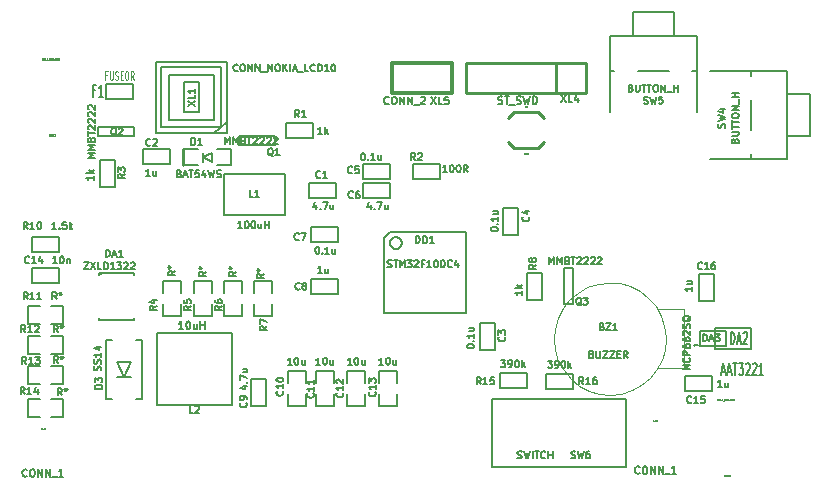
<source format=gto>
G04 (created by PCBNEW-RS274X (2012-01-19 BZR 3256)-stable) date 24/12/2012 01:38:18*
G01*
G70*
G90*
%MOIN*%
G04 Gerber Fmt 3.4, Leading zero omitted, Abs format*
%FSLAX34Y34*%
G04 APERTURE LIST*
%ADD10C,0.006000*%
%ADD11C,0.005900*%
%ADD12C,0.005000*%
%ADD13C,0.010000*%
%ADD14C,0.007900*%
%ADD15C,0.002500*%
%ADD16C,0.012000*%
%ADD17C,0.004500*%
%ADD18C,0.001500*%
%ADD19C,0.006300*%
%ADD20C,0.000100*%
G04 APERTURE END LIST*
G54D10*
G54D11*
X67274Y-41292D02*
X62826Y-41292D01*
X62826Y-41292D02*
X62826Y-39008D01*
X62826Y-39008D02*
X67274Y-39008D01*
X67274Y-39008D02*
X67274Y-41292D01*
G54D12*
X71450Y-36650D02*
X71450Y-37350D01*
X71450Y-37350D02*
X70250Y-37350D01*
X70250Y-37350D02*
X70250Y-36650D01*
X70250Y-36650D02*
X71450Y-36650D01*
X54405Y-30235D02*
X55605Y-30235D01*
X55605Y-30235D02*
X55605Y-30535D01*
X55605Y-30535D02*
X54405Y-30535D01*
X54405Y-30535D02*
X54405Y-30235D01*
X50900Y-30250D02*
X49700Y-30250D01*
X49700Y-30250D02*
X49700Y-29950D01*
X49700Y-29950D02*
X50900Y-29950D01*
X50900Y-29950D02*
X50900Y-30250D01*
X65226Y-35857D02*
X65226Y-34657D01*
X65226Y-34657D02*
X65526Y-34657D01*
X65526Y-34657D02*
X65526Y-35857D01*
X65526Y-35857D02*
X65226Y-35857D01*
X49950Y-28500D02*
X50850Y-28500D01*
X50850Y-28500D02*
X50850Y-29000D01*
X50850Y-29000D02*
X49950Y-29000D01*
X49950Y-29000D02*
X49950Y-28500D01*
G54D13*
X64950Y-28800D02*
X64950Y-27800D01*
X65950Y-28800D02*
X61950Y-28800D01*
X61950Y-28800D02*
X61950Y-27800D01*
X61950Y-27800D02*
X65950Y-27800D01*
X65950Y-27800D02*
X65950Y-28800D01*
G54D14*
X69688Y-37197D02*
X69550Y-37197D01*
X69550Y-37197D02*
X69590Y-37236D01*
X70200Y-37256D02*
X69767Y-37256D01*
X69767Y-37256D02*
X69767Y-36744D01*
X69767Y-36744D02*
X70633Y-36744D01*
X70633Y-36744D02*
X70633Y-37256D01*
X70633Y-37256D02*
X70200Y-37256D01*
G54D12*
X54900Y-35469D02*
X54900Y-35069D01*
X54900Y-35069D02*
X55500Y-35069D01*
X55500Y-35069D02*
X55500Y-35469D01*
X55500Y-35831D02*
X55500Y-36231D01*
X55500Y-36231D02*
X54900Y-36231D01*
X54900Y-36231D02*
X54900Y-35831D01*
X48131Y-36900D02*
X48531Y-36900D01*
X48531Y-36900D02*
X48531Y-37500D01*
X48531Y-37500D02*
X48131Y-37500D01*
X47769Y-37500D02*
X47369Y-37500D01*
X47369Y-37500D02*
X47369Y-36900D01*
X47369Y-36900D02*
X47769Y-36900D01*
X52900Y-35469D02*
X52900Y-35069D01*
X52900Y-35069D02*
X53500Y-35069D01*
X53500Y-35069D02*
X53500Y-35469D01*
X53500Y-35831D02*
X53500Y-36231D01*
X53500Y-36231D02*
X52900Y-36231D01*
X52900Y-36231D02*
X52900Y-35831D01*
X51850Y-35469D02*
X51850Y-35069D01*
X51850Y-35069D02*
X52450Y-35069D01*
X52450Y-35069D02*
X52450Y-35469D01*
X52450Y-35831D02*
X52450Y-36231D01*
X52450Y-36231D02*
X51850Y-36231D01*
X51850Y-36231D02*
X51850Y-35831D01*
X48131Y-39000D02*
X48531Y-39000D01*
X48531Y-39000D02*
X48531Y-39600D01*
X48531Y-39600D02*
X48131Y-39600D01*
X47769Y-39600D02*
X47369Y-39600D01*
X47369Y-39600D02*
X47369Y-39000D01*
X47369Y-39000D02*
X47769Y-39000D01*
X48131Y-37900D02*
X48531Y-37900D01*
X48531Y-37900D02*
X48531Y-38500D01*
X48531Y-38500D02*
X48131Y-38500D01*
X47769Y-38500D02*
X47369Y-38500D01*
X47369Y-38500D02*
X47369Y-37900D01*
X47369Y-37900D02*
X47769Y-37900D01*
X53900Y-35469D02*
X53900Y-35069D01*
X53900Y-35069D02*
X54500Y-35069D01*
X54500Y-35069D02*
X54500Y-35469D01*
X54500Y-35831D02*
X54500Y-36231D01*
X54500Y-36231D02*
X53900Y-36231D01*
X53900Y-36231D02*
X53900Y-35831D01*
X48131Y-35900D02*
X48531Y-35900D01*
X48531Y-35900D02*
X48531Y-36500D01*
X48531Y-36500D02*
X48131Y-36500D01*
X47769Y-36500D02*
X47369Y-36500D01*
X47369Y-36500D02*
X47369Y-35900D01*
X47369Y-35900D02*
X47769Y-35900D01*
X64612Y-38180D02*
X65512Y-38180D01*
X65512Y-38180D02*
X65512Y-38680D01*
X65512Y-38680D02*
X64612Y-38680D01*
X64612Y-38680D02*
X64612Y-38180D01*
X48400Y-34100D02*
X47500Y-34100D01*
X47500Y-34100D02*
X47500Y-33600D01*
X47500Y-33600D02*
X48400Y-33600D01*
X48400Y-33600D02*
X48400Y-34100D01*
X63102Y-38161D02*
X64002Y-38161D01*
X64002Y-38161D02*
X64002Y-38661D01*
X64002Y-38661D02*
X63102Y-38661D01*
X63102Y-38661D02*
X63102Y-38161D01*
X64002Y-35726D02*
X64002Y-34826D01*
X64002Y-34826D02*
X64502Y-34826D01*
X64502Y-34826D02*
X64502Y-35726D01*
X64502Y-35726D02*
X64002Y-35726D01*
X61080Y-31667D02*
X60180Y-31667D01*
X60180Y-31667D02*
X60180Y-31167D01*
X60180Y-31167D02*
X61080Y-31167D01*
X61080Y-31167D02*
X61080Y-31667D01*
X50246Y-31048D02*
X50246Y-31948D01*
X50246Y-31948D02*
X49746Y-31948D01*
X49746Y-31948D02*
X49746Y-31048D01*
X49746Y-31048D02*
X50246Y-31048D01*
X55972Y-29811D02*
X56872Y-29811D01*
X56872Y-29811D02*
X56872Y-30311D01*
X56872Y-30311D02*
X55972Y-30311D01*
X55972Y-30311D02*
X55972Y-29811D01*
X61938Y-36158D02*
X59222Y-36158D01*
X59222Y-36158D02*
X59222Y-33619D01*
X59242Y-33619D02*
X59419Y-33442D01*
X59419Y-33442D02*
X61958Y-33442D01*
X61958Y-33442D02*
X61958Y-36139D01*
X59813Y-33816D02*
X59809Y-33854D01*
X59798Y-33891D01*
X59780Y-33925D01*
X59755Y-33954D01*
X59726Y-33979D01*
X59692Y-33997D01*
X59655Y-34008D01*
X59617Y-34012D01*
X59580Y-34009D01*
X59543Y-33998D01*
X59509Y-33980D01*
X59479Y-33956D01*
X59454Y-33927D01*
X59435Y-33893D01*
X59424Y-33856D01*
X59420Y-33818D01*
X59423Y-33781D01*
X59433Y-33744D01*
X59451Y-33710D01*
X59475Y-33680D01*
X59504Y-33655D01*
X59538Y-33636D01*
X59574Y-33624D01*
X59612Y-33620D01*
X59650Y-33622D01*
X59687Y-33633D01*
X59721Y-33650D01*
X59751Y-33674D01*
X59776Y-33703D01*
X59795Y-33736D01*
X59808Y-33773D01*
X59812Y-33811D01*
X59813Y-33816D01*
G54D13*
X63556Y-30641D02*
X64344Y-30641D01*
X64344Y-30641D02*
X64541Y-30444D01*
X63359Y-30444D02*
X63556Y-30641D01*
X64541Y-29656D02*
X64344Y-29459D01*
X64344Y-29459D02*
X63556Y-29459D01*
X63556Y-29459D02*
X63359Y-29656D01*
G54D12*
X54150Y-39200D02*
X51650Y-39200D01*
X51650Y-39200D02*
X51650Y-36800D01*
X51650Y-36800D02*
X54150Y-36800D01*
X54150Y-36800D02*
X54150Y-39200D01*
G54D11*
X55928Y-32865D02*
X53880Y-32865D01*
X53880Y-32865D02*
X53880Y-31527D01*
X53880Y-31527D02*
X55928Y-31527D01*
X55928Y-31527D02*
X55928Y-32865D01*
X53200Y-31100D02*
X53200Y-30800D01*
X53500Y-30950D02*
X53500Y-30800D01*
X53500Y-30800D02*
X53200Y-30950D01*
X53200Y-30950D02*
X53500Y-31100D01*
X53500Y-31100D02*
X53500Y-30950D01*
G54D12*
X52563Y-30674D02*
X52523Y-30674D01*
G54D13*
X52523Y-30674D02*
X52523Y-31226D01*
G54D12*
X52523Y-31226D02*
X52563Y-31226D01*
X53035Y-30674D02*
X52563Y-30674D01*
X52563Y-31226D02*
X53035Y-31226D01*
X53665Y-30674D02*
X54137Y-30674D01*
X54137Y-30674D02*
X54137Y-31226D01*
X54137Y-31226D02*
X53665Y-31226D01*
G54D14*
X50315Y-38267D02*
X50787Y-38267D01*
X50551Y-37795D02*
X50315Y-37795D01*
X50315Y-37795D02*
X50551Y-38267D01*
X50551Y-38267D02*
X50787Y-37795D01*
X50787Y-37795D02*
X50551Y-37795D01*
X50945Y-37047D02*
X51142Y-37047D01*
X51142Y-37047D02*
X51142Y-39015D01*
X51142Y-39015D02*
X50945Y-39015D01*
X50157Y-39015D02*
X49960Y-39015D01*
X49960Y-39015D02*
X49960Y-37047D01*
X49960Y-37047D02*
X50157Y-37047D01*
G54D11*
X49709Y-34891D02*
X49867Y-34813D01*
X49709Y-36387D02*
X49709Y-36309D01*
X49709Y-36387D02*
X50891Y-36387D01*
X50891Y-36387D02*
X50891Y-36309D01*
X49709Y-34813D02*
X49709Y-34891D01*
X49709Y-34813D02*
X50891Y-34813D01*
X50891Y-34813D02*
X50891Y-34891D01*
X53981Y-27769D02*
X53981Y-30131D01*
X51619Y-30131D02*
X51619Y-27769D01*
X53548Y-30131D02*
X53981Y-29777D01*
X53981Y-27769D02*
X51619Y-27769D01*
X51619Y-30131D02*
X53981Y-30131D01*
X52549Y-28452D02*
X53049Y-28452D01*
X53049Y-28452D02*
X53049Y-29452D01*
X53049Y-29452D02*
X52549Y-29452D01*
X52549Y-29452D02*
X52549Y-28452D01*
X52049Y-29702D02*
X52049Y-28202D01*
X52049Y-28202D02*
X53549Y-28202D01*
X53549Y-28202D02*
X53549Y-29702D01*
X53549Y-29702D02*
X52049Y-29702D01*
X51799Y-28952D02*
X51799Y-27952D01*
X51799Y-27952D02*
X53799Y-27952D01*
X53799Y-27952D02*
X53799Y-29952D01*
X53799Y-29952D02*
X51799Y-29952D01*
X51799Y-29952D02*
X51799Y-28952D01*
G54D12*
X58000Y-38469D02*
X58000Y-38069D01*
X58000Y-38069D02*
X58600Y-38069D01*
X58600Y-38069D02*
X58600Y-38469D01*
X58600Y-38831D02*
X58600Y-39231D01*
X58600Y-39231D02*
X58000Y-39231D01*
X58000Y-39231D02*
X58000Y-38831D01*
X56008Y-38469D02*
X56008Y-38069D01*
X56008Y-38069D02*
X56608Y-38069D01*
X56608Y-38069D02*
X56608Y-38469D01*
X56608Y-38831D02*
X56608Y-39231D01*
X56608Y-39231D02*
X56008Y-39231D01*
X56008Y-39231D02*
X56008Y-38831D01*
X56950Y-38469D02*
X56950Y-38069D01*
X56950Y-38069D02*
X57550Y-38069D01*
X57550Y-38069D02*
X57550Y-38469D01*
X57550Y-38831D02*
X57550Y-39231D01*
X57550Y-39231D02*
X56950Y-39231D01*
X56950Y-39231D02*
X56950Y-38831D01*
X59050Y-38469D02*
X59050Y-38069D01*
X59050Y-38069D02*
X59650Y-38069D01*
X59650Y-38069D02*
X59650Y-38469D01*
X59650Y-38831D02*
X59650Y-39231D01*
X59650Y-39231D02*
X59050Y-39231D01*
X59050Y-39231D02*
X59050Y-38831D01*
X58526Y-31167D02*
X59426Y-31167D01*
X59426Y-31167D02*
X59426Y-31667D01*
X59426Y-31667D02*
X58526Y-31667D01*
X58526Y-31667D02*
X58526Y-31167D01*
X62927Y-36479D02*
X62927Y-37379D01*
X62927Y-37379D02*
X62427Y-37379D01*
X62427Y-37379D02*
X62427Y-36479D01*
X62427Y-36479D02*
X62927Y-36479D01*
X69721Y-35750D02*
X69721Y-34850D01*
X69721Y-34850D02*
X70221Y-34850D01*
X70221Y-34850D02*
X70221Y-35750D01*
X70221Y-35750D02*
X69721Y-35750D01*
X69250Y-38250D02*
X70150Y-38250D01*
X70150Y-38250D02*
X70150Y-38750D01*
X70150Y-38750D02*
X69250Y-38750D01*
X69250Y-38750D02*
X69250Y-38250D01*
X63181Y-33547D02*
X63181Y-32647D01*
X63181Y-32647D02*
X63681Y-32647D01*
X63681Y-32647D02*
X63681Y-33547D01*
X63681Y-33547D02*
X63181Y-33547D01*
X58526Y-31797D02*
X59426Y-31797D01*
X59426Y-31797D02*
X59426Y-32297D01*
X59426Y-32297D02*
X58526Y-32297D01*
X58526Y-32297D02*
X58526Y-31797D01*
X57694Y-35526D02*
X56794Y-35526D01*
X56794Y-35526D02*
X56794Y-35026D01*
X56794Y-35026D02*
X57694Y-35026D01*
X57694Y-35026D02*
X57694Y-35526D01*
X56786Y-33277D02*
X57686Y-33277D01*
X57686Y-33277D02*
X57686Y-33777D01*
X57686Y-33777D02*
X56786Y-33777D01*
X56786Y-33777D02*
X56786Y-33277D01*
X48400Y-35150D02*
X47500Y-35150D01*
X47500Y-35150D02*
X47500Y-34650D01*
X47500Y-34650D02*
X48400Y-34650D01*
X48400Y-34650D02*
X48400Y-35150D01*
X55300Y-38350D02*
X55300Y-39250D01*
X55300Y-39250D02*
X54800Y-39250D01*
X54800Y-39250D02*
X54800Y-38350D01*
X54800Y-38350D02*
X55300Y-38350D01*
X56715Y-31797D02*
X57615Y-31797D01*
X57615Y-31797D02*
X57615Y-32297D01*
X57615Y-32297D02*
X56715Y-32297D01*
X56715Y-32297D02*
X56715Y-31797D01*
X52104Y-31195D02*
X51204Y-31195D01*
X51204Y-31195D02*
X51204Y-30695D01*
X51204Y-30695D02*
X52104Y-30695D01*
X52104Y-30695D02*
X52104Y-31195D01*
G54D15*
X69211Y-37000D02*
X69211Y-36016D01*
X69211Y-36016D02*
X68344Y-36016D01*
X69211Y-37000D02*
X69211Y-37984D01*
X69211Y-37984D02*
X68325Y-37984D01*
X68620Y-37000D02*
X68584Y-37363D01*
X68478Y-37712D01*
X68307Y-38034D01*
X68076Y-38317D01*
X67795Y-38550D01*
X67474Y-38723D01*
X67126Y-38831D01*
X66763Y-38869D01*
X66400Y-38836D01*
X66050Y-38733D01*
X65727Y-38564D01*
X65442Y-38336D01*
X65208Y-38056D01*
X65032Y-37736D01*
X64921Y-37388D01*
X64881Y-37026D01*
X64911Y-36663D01*
X65012Y-36312D01*
X65179Y-35988D01*
X65405Y-35701D01*
X65683Y-35465D01*
X66002Y-35287D01*
X66349Y-35174D01*
X66711Y-35131D01*
X67074Y-35159D01*
X67426Y-35257D01*
X67751Y-35422D01*
X68039Y-35646D01*
X68278Y-35923D01*
X68458Y-36240D01*
X68573Y-36586D01*
X68619Y-36948D01*
X68620Y-37000D01*
G54D11*
X71469Y-28093D02*
X71469Y-28251D01*
X71469Y-30062D02*
X71469Y-29038D01*
X71469Y-31007D02*
X71469Y-30849D01*
X72650Y-30219D02*
X72650Y-31007D01*
X72650Y-31007D02*
X70091Y-31007D01*
X72650Y-28881D02*
X72650Y-28093D01*
X72650Y-28093D02*
X70091Y-28093D01*
X72650Y-28861D02*
X73437Y-28861D01*
X73437Y-28861D02*
X73437Y-30239D01*
X73437Y-30239D02*
X72650Y-30239D01*
X72650Y-30239D02*
X72650Y-28861D01*
X66743Y-28081D02*
X66901Y-28081D01*
X68712Y-28081D02*
X67688Y-28081D01*
X69657Y-28081D02*
X69499Y-28081D01*
X68869Y-26900D02*
X69657Y-26900D01*
X69657Y-26900D02*
X69657Y-29459D01*
X67531Y-26900D02*
X66743Y-26900D01*
X66743Y-26900D02*
X66743Y-29459D01*
X67511Y-26900D02*
X67511Y-26113D01*
X67511Y-26113D02*
X68889Y-26113D01*
X68889Y-26113D02*
X68889Y-26900D01*
X68889Y-26900D02*
X67511Y-26900D01*
G54D16*
X61500Y-27800D02*
X61500Y-28800D01*
X61500Y-28800D02*
X59500Y-28800D01*
X59500Y-28800D02*
X59500Y-27800D01*
X59500Y-27800D02*
X61500Y-27800D01*
G54D11*
X65463Y-40982D02*
X65497Y-40994D01*
X65553Y-40994D01*
X65575Y-40982D01*
X65587Y-40971D01*
X65598Y-40949D01*
X65598Y-40926D01*
X65587Y-40904D01*
X65575Y-40892D01*
X65553Y-40881D01*
X65508Y-40870D01*
X65485Y-40859D01*
X65474Y-40847D01*
X65463Y-40825D01*
X65463Y-40802D01*
X65474Y-40780D01*
X65485Y-40769D01*
X65508Y-40758D01*
X65564Y-40758D01*
X65598Y-40769D01*
X65677Y-40758D02*
X65733Y-40994D01*
X65778Y-40825D01*
X65823Y-40994D01*
X65879Y-40758D01*
X66070Y-40758D02*
X66025Y-40758D01*
X66003Y-40769D01*
X65992Y-40780D01*
X65969Y-40814D01*
X65958Y-40859D01*
X65958Y-40949D01*
X65969Y-40971D01*
X65980Y-40982D01*
X66003Y-40994D01*
X66048Y-40994D01*
X66070Y-40982D01*
X66082Y-40971D01*
X66093Y-40949D01*
X66093Y-40892D01*
X66082Y-40870D01*
X66070Y-40859D01*
X66048Y-40847D01*
X66003Y-40847D01*
X65980Y-40859D01*
X65969Y-40870D01*
X65958Y-40892D01*
X63673Y-40982D02*
X63707Y-40994D01*
X63763Y-40994D01*
X63785Y-40982D01*
X63797Y-40971D01*
X63808Y-40949D01*
X63808Y-40926D01*
X63797Y-40904D01*
X63785Y-40892D01*
X63763Y-40881D01*
X63718Y-40870D01*
X63695Y-40859D01*
X63684Y-40847D01*
X63673Y-40825D01*
X63673Y-40802D01*
X63684Y-40780D01*
X63695Y-40769D01*
X63718Y-40758D01*
X63774Y-40758D01*
X63808Y-40769D01*
X63887Y-40758D02*
X63943Y-40994D01*
X63988Y-40825D01*
X64033Y-40994D01*
X64089Y-40758D01*
X64179Y-40994D02*
X64179Y-40758D01*
X64257Y-40758D02*
X64392Y-40758D01*
X64325Y-40994D02*
X64325Y-40758D01*
X64606Y-40971D02*
X64595Y-40982D01*
X64561Y-40994D01*
X64539Y-40994D01*
X64505Y-40982D01*
X64482Y-40960D01*
X64471Y-40937D01*
X64460Y-40892D01*
X64460Y-40859D01*
X64471Y-40814D01*
X64482Y-40791D01*
X64505Y-40769D01*
X64539Y-40758D01*
X64561Y-40758D01*
X64595Y-40769D01*
X64606Y-40780D01*
X64707Y-40994D02*
X64707Y-40758D01*
X64707Y-40870D02*
X64842Y-40870D01*
X64842Y-40994D02*
X64842Y-40758D01*
X70775Y-37184D02*
X70775Y-36790D01*
X70831Y-36790D01*
X70865Y-36809D01*
X70888Y-36847D01*
X70899Y-36884D01*
X70910Y-36959D01*
X70910Y-37016D01*
X70899Y-37091D01*
X70888Y-37128D01*
X70865Y-37166D01*
X70831Y-37184D01*
X70775Y-37184D01*
X71000Y-37072D02*
X71112Y-37072D01*
X70977Y-37184D02*
X71056Y-36790D01*
X71135Y-37184D01*
X71202Y-36828D02*
X71213Y-36809D01*
X71236Y-36790D01*
X71292Y-36790D01*
X71314Y-36809D01*
X71326Y-36828D01*
X71337Y-36866D01*
X71337Y-36903D01*
X71326Y-36959D01*
X71191Y-37184D01*
X71337Y-37184D01*
X70478Y-38097D02*
X70590Y-38097D01*
X70455Y-38209D02*
X70534Y-37815D01*
X70613Y-38209D01*
X70680Y-38097D02*
X70792Y-38097D01*
X70657Y-38209D02*
X70736Y-37815D01*
X70815Y-38209D01*
X70859Y-37815D02*
X70994Y-37815D01*
X70927Y-38209D02*
X70927Y-37815D01*
X71051Y-37815D02*
X71197Y-37815D01*
X71118Y-37966D01*
X71152Y-37966D01*
X71174Y-37984D01*
X71186Y-38003D01*
X71197Y-38041D01*
X71197Y-38134D01*
X71186Y-38172D01*
X71174Y-38191D01*
X71152Y-38209D01*
X71084Y-38209D01*
X71062Y-38191D01*
X71051Y-38172D01*
X71287Y-37853D02*
X71298Y-37834D01*
X71321Y-37815D01*
X71377Y-37815D01*
X71399Y-37834D01*
X71411Y-37853D01*
X71422Y-37891D01*
X71422Y-37928D01*
X71411Y-37984D01*
X71276Y-38209D01*
X71422Y-38209D01*
X71512Y-37853D02*
X71523Y-37834D01*
X71546Y-37815D01*
X71602Y-37815D01*
X71624Y-37834D01*
X71636Y-37853D01*
X71647Y-37891D01*
X71647Y-37928D01*
X71636Y-37984D01*
X71501Y-38209D01*
X71647Y-38209D01*
X71872Y-38209D02*
X71737Y-38209D01*
X71804Y-38209D02*
X71804Y-37815D01*
X71782Y-37872D01*
X71759Y-37909D01*
X71737Y-37928D01*
X55528Y-30918D02*
X55505Y-30907D01*
X55483Y-30884D01*
X55449Y-30851D01*
X55426Y-30839D01*
X55404Y-30839D01*
X55415Y-30896D02*
X55393Y-30884D01*
X55370Y-30862D01*
X55359Y-30817D01*
X55359Y-30738D01*
X55370Y-30693D01*
X55393Y-30671D01*
X55415Y-30660D01*
X55460Y-30660D01*
X55483Y-30671D01*
X55505Y-30693D01*
X55516Y-30738D01*
X55516Y-30817D01*
X55505Y-30862D01*
X55483Y-30884D01*
X55460Y-30896D01*
X55415Y-30896D01*
X55741Y-30896D02*
X55606Y-30896D01*
X55673Y-30896D02*
X55673Y-30660D01*
X55651Y-30693D01*
X55628Y-30716D01*
X55606Y-30727D01*
X53928Y-30521D02*
X53928Y-30285D01*
X54007Y-30453D01*
X54086Y-30285D01*
X54086Y-30521D01*
X54198Y-30521D02*
X54198Y-30285D01*
X54277Y-30453D01*
X54356Y-30285D01*
X54356Y-30521D01*
X54547Y-30397D02*
X54581Y-30408D01*
X54592Y-30419D01*
X54603Y-30442D01*
X54603Y-30476D01*
X54592Y-30498D01*
X54581Y-30509D01*
X54558Y-30521D01*
X54468Y-30521D01*
X54468Y-30285D01*
X54547Y-30285D01*
X54569Y-30296D01*
X54581Y-30307D01*
X54592Y-30329D01*
X54592Y-30352D01*
X54581Y-30374D01*
X54569Y-30386D01*
X54547Y-30397D01*
X54468Y-30397D01*
X54670Y-30285D02*
X54805Y-30285D01*
X54738Y-30521D02*
X54738Y-30285D01*
X54873Y-30307D02*
X54884Y-30296D01*
X54907Y-30285D01*
X54963Y-30285D01*
X54985Y-30296D01*
X54997Y-30307D01*
X55008Y-30329D01*
X55008Y-30352D01*
X54997Y-30386D01*
X54862Y-30521D01*
X55008Y-30521D01*
X55098Y-30307D02*
X55109Y-30296D01*
X55132Y-30285D01*
X55188Y-30285D01*
X55210Y-30296D01*
X55222Y-30307D01*
X55233Y-30329D01*
X55233Y-30352D01*
X55222Y-30386D01*
X55087Y-30521D01*
X55233Y-30521D01*
X55323Y-30307D02*
X55334Y-30296D01*
X55357Y-30285D01*
X55413Y-30285D01*
X55435Y-30296D01*
X55447Y-30307D01*
X55458Y-30329D01*
X55458Y-30352D01*
X55447Y-30386D01*
X55312Y-30521D01*
X55458Y-30521D01*
X55548Y-30307D02*
X55559Y-30296D01*
X55582Y-30285D01*
X55638Y-30285D01*
X55660Y-30296D01*
X55672Y-30307D01*
X55683Y-30329D01*
X55683Y-30352D01*
X55672Y-30386D01*
X55537Y-30521D01*
X55683Y-30521D01*
X50303Y-30243D02*
X50280Y-30232D01*
X50258Y-30209D01*
X50224Y-30176D01*
X50201Y-30164D01*
X50179Y-30164D01*
X50190Y-30221D02*
X50168Y-30209D01*
X50145Y-30187D01*
X50134Y-30142D01*
X50134Y-30063D01*
X50145Y-30018D01*
X50168Y-29996D01*
X50190Y-29985D01*
X50235Y-29985D01*
X50258Y-29996D01*
X50280Y-30018D01*
X50291Y-30063D01*
X50291Y-30142D01*
X50280Y-30187D01*
X50258Y-30209D01*
X50235Y-30221D01*
X50190Y-30221D01*
X50381Y-30007D02*
X50392Y-29996D01*
X50415Y-29985D01*
X50471Y-29985D01*
X50493Y-29996D01*
X50505Y-30007D01*
X50516Y-30029D01*
X50516Y-30052D01*
X50505Y-30086D01*
X50370Y-30221D01*
X50516Y-30221D01*
X49596Y-30972D02*
X49360Y-30972D01*
X49528Y-30893D01*
X49360Y-30814D01*
X49596Y-30814D01*
X49596Y-30702D02*
X49360Y-30702D01*
X49528Y-30623D01*
X49360Y-30544D01*
X49596Y-30544D01*
X49472Y-30353D02*
X49483Y-30319D01*
X49494Y-30308D01*
X49517Y-30297D01*
X49551Y-30297D01*
X49573Y-30308D01*
X49584Y-30319D01*
X49596Y-30342D01*
X49596Y-30432D01*
X49360Y-30432D01*
X49360Y-30353D01*
X49371Y-30331D01*
X49382Y-30319D01*
X49404Y-30308D01*
X49427Y-30308D01*
X49449Y-30319D01*
X49461Y-30331D01*
X49472Y-30353D01*
X49472Y-30432D01*
X49360Y-30230D02*
X49360Y-30095D01*
X49596Y-30162D02*
X49360Y-30162D01*
X49382Y-30027D02*
X49371Y-30016D01*
X49360Y-29993D01*
X49360Y-29937D01*
X49371Y-29915D01*
X49382Y-29903D01*
X49404Y-29892D01*
X49427Y-29892D01*
X49461Y-29903D01*
X49596Y-30038D01*
X49596Y-29892D01*
X49382Y-29802D02*
X49371Y-29791D01*
X49360Y-29768D01*
X49360Y-29712D01*
X49371Y-29690D01*
X49382Y-29678D01*
X49404Y-29667D01*
X49427Y-29667D01*
X49461Y-29678D01*
X49596Y-29813D01*
X49596Y-29667D01*
X49382Y-29577D02*
X49371Y-29566D01*
X49360Y-29543D01*
X49360Y-29487D01*
X49371Y-29465D01*
X49382Y-29453D01*
X49404Y-29442D01*
X49427Y-29442D01*
X49461Y-29453D01*
X49596Y-29588D01*
X49596Y-29442D01*
X49382Y-29352D02*
X49371Y-29341D01*
X49360Y-29318D01*
X49360Y-29262D01*
X49371Y-29240D01*
X49382Y-29228D01*
X49404Y-29217D01*
X49427Y-29217D01*
X49461Y-29228D01*
X49596Y-29363D01*
X49596Y-29217D01*
X65803Y-35893D02*
X65780Y-35882D01*
X65758Y-35859D01*
X65724Y-35826D01*
X65701Y-35814D01*
X65679Y-35814D01*
X65690Y-35871D02*
X65668Y-35859D01*
X65645Y-35837D01*
X65634Y-35792D01*
X65634Y-35713D01*
X65645Y-35668D01*
X65668Y-35646D01*
X65690Y-35635D01*
X65735Y-35635D01*
X65758Y-35646D01*
X65780Y-35668D01*
X65791Y-35713D01*
X65791Y-35792D01*
X65780Y-35837D01*
X65758Y-35859D01*
X65735Y-35871D01*
X65690Y-35871D01*
X65870Y-35635D02*
X66016Y-35635D01*
X65937Y-35724D01*
X65971Y-35724D01*
X65993Y-35736D01*
X66005Y-35747D01*
X66016Y-35769D01*
X66016Y-35826D01*
X66005Y-35848D01*
X65993Y-35859D01*
X65971Y-35871D01*
X65903Y-35871D01*
X65881Y-35859D01*
X65870Y-35848D01*
X64728Y-34521D02*
X64728Y-34285D01*
X64807Y-34453D01*
X64886Y-34285D01*
X64886Y-34521D01*
X64998Y-34521D02*
X64998Y-34285D01*
X65077Y-34453D01*
X65156Y-34285D01*
X65156Y-34521D01*
X65347Y-34397D02*
X65381Y-34408D01*
X65392Y-34419D01*
X65403Y-34442D01*
X65403Y-34476D01*
X65392Y-34498D01*
X65381Y-34509D01*
X65358Y-34521D01*
X65268Y-34521D01*
X65268Y-34285D01*
X65347Y-34285D01*
X65369Y-34296D01*
X65381Y-34307D01*
X65392Y-34329D01*
X65392Y-34352D01*
X65381Y-34374D01*
X65369Y-34386D01*
X65347Y-34397D01*
X65268Y-34397D01*
X65470Y-34285D02*
X65605Y-34285D01*
X65538Y-34521D02*
X65538Y-34285D01*
X65673Y-34307D02*
X65684Y-34296D01*
X65707Y-34285D01*
X65763Y-34285D01*
X65785Y-34296D01*
X65797Y-34307D01*
X65808Y-34329D01*
X65808Y-34352D01*
X65797Y-34386D01*
X65662Y-34521D01*
X65808Y-34521D01*
X65898Y-34307D02*
X65909Y-34296D01*
X65932Y-34285D01*
X65988Y-34285D01*
X66010Y-34296D01*
X66022Y-34307D01*
X66033Y-34329D01*
X66033Y-34352D01*
X66022Y-34386D01*
X65887Y-34521D01*
X66033Y-34521D01*
X66123Y-34307D02*
X66134Y-34296D01*
X66157Y-34285D01*
X66213Y-34285D01*
X66235Y-34296D01*
X66247Y-34307D01*
X66258Y-34329D01*
X66258Y-34352D01*
X66247Y-34386D01*
X66112Y-34521D01*
X66258Y-34521D01*
X66348Y-34307D02*
X66359Y-34296D01*
X66382Y-34285D01*
X66438Y-34285D01*
X66460Y-34296D01*
X66472Y-34307D01*
X66483Y-34329D01*
X66483Y-34352D01*
X66472Y-34386D01*
X66337Y-34521D01*
X66483Y-34521D01*
X49597Y-28728D02*
X49518Y-28728D01*
X49518Y-28934D02*
X49518Y-28540D01*
X49631Y-28540D01*
X49844Y-28934D02*
X49709Y-28934D01*
X49776Y-28934D02*
X49776Y-28540D01*
X49754Y-28597D01*
X49731Y-28634D01*
X49709Y-28653D01*
G54D17*
X49989Y-28217D02*
X49929Y-28217D01*
X49929Y-28363D02*
X49929Y-28083D01*
X50015Y-28083D01*
X50083Y-28083D02*
X50083Y-28310D01*
X50091Y-28337D01*
X50100Y-28350D01*
X50117Y-28363D01*
X50151Y-28363D01*
X50169Y-28350D01*
X50177Y-28337D01*
X50186Y-28310D01*
X50186Y-28083D01*
X50263Y-28350D02*
X50289Y-28363D01*
X50332Y-28363D01*
X50349Y-28350D01*
X50358Y-28337D01*
X50366Y-28310D01*
X50366Y-28283D01*
X50358Y-28257D01*
X50349Y-28243D01*
X50332Y-28230D01*
X50298Y-28217D01*
X50280Y-28203D01*
X50272Y-28190D01*
X50263Y-28163D01*
X50263Y-28137D01*
X50272Y-28110D01*
X50280Y-28097D01*
X50298Y-28083D01*
X50340Y-28083D01*
X50366Y-28097D01*
X50443Y-28217D02*
X50503Y-28217D01*
X50529Y-28363D02*
X50443Y-28363D01*
X50443Y-28083D01*
X50529Y-28083D01*
X50640Y-28083D02*
X50657Y-28083D01*
X50674Y-28097D01*
X50683Y-28110D01*
X50692Y-28137D01*
X50700Y-28190D01*
X50700Y-28257D01*
X50692Y-28310D01*
X50683Y-28337D01*
X50674Y-28350D01*
X50657Y-28363D01*
X50640Y-28363D01*
X50623Y-28350D01*
X50614Y-28337D01*
X50606Y-28310D01*
X50597Y-28257D01*
X50597Y-28190D01*
X50606Y-28137D01*
X50614Y-28110D01*
X50623Y-28097D01*
X50640Y-28083D01*
X50880Y-28363D02*
X50820Y-28230D01*
X50777Y-28363D02*
X50777Y-28083D01*
X50845Y-28083D01*
X50863Y-28097D01*
X50871Y-28110D01*
X50880Y-28137D01*
X50880Y-28177D01*
X50871Y-28203D01*
X50863Y-28217D01*
X50845Y-28230D01*
X50777Y-28230D01*
G54D18*
X68190Y-39699D02*
X68230Y-39758D01*
X68230Y-39699D02*
X68190Y-39758D01*
X68280Y-39758D02*
X68252Y-39758D01*
X68252Y-39699D01*
X68297Y-39705D02*
X68300Y-39702D01*
X68306Y-39699D01*
X68320Y-39699D01*
X68325Y-39702D01*
X68328Y-39705D01*
X68331Y-39711D01*
X68331Y-39716D01*
X68328Y-39725D01*
X68294Y-39758D01*
X68331Y-39758D01*
G54D19*
X67745Y-41477D02*
X67733Y-41489D01*
X67698Y-41501D01*
X67674Y-41501D01*
X67638Y-41489D01*
X67614Y-41465D01*
X67603Y-41442D01*
X67591Y-41394D01*
X67591Y-41358D01*
X67603Y-41311D01*
X67614Y-41287D01*
X67638Y-41263D01*
X67674Y-41251D01*
X67698Y-41251D01*
X67733Y-41263D01*
X67745Y-41275D01*
X67900Y-41251D02*
X67948Y-41251D01*
X67972Y-41263D01*
X67995Y-41287D01*
X68007Y-41335D01*
X68007Y-41418D01*
X67995Y-41465D01*
X67972Y-41489D01*
X67948Y-41501D01*
X67900Y-41501D01*
X67876Y-41489D01*
X67853Y-41465D01*
X67841Y-41418D01*
X67841Y-41335D01*
X67853Y-41287D01*
X67876Y-41263D01*
X67900Y-41251D01*
X68115Y-41501D02*
X68115Y-41251D01*
X68257Y-41501D01*
X68257Y-41251D01*
X68377Y-41501D02*
X68377Y-41251D01*
X68519Y-41501D01*
X68519Y-41251D01*
X68579Y-41525D02*
X68769Y-41525D01*
X68959Y-41501D02*
X68817Y-41501D01*
X68888Y-41501D02*
X68888Y-41251D01*
X68864Y-41287D01*
X68840Y-41311D01*
X68817Y-41323D01*
G54D18*
X47778Y-39964D02*
X47818Y-40023D01*
X47818Y-39964D02*
X47778Y-40023D01*
X47868Y-40023D02*
X47840Y-40023D01*
X47840Y-39964D01*
X47882Y-39964D02*
X47919Y-39964D01*
X47899Y-39987D01*
X47908Y-39987D01*
X47913Y-39990D01*
X47916Y-39992D01*
X47919Y-39998D01*
X47919Y-40012D01*
X47916Y-40018D01*
X47913Y-40021D01*
X47908Y-40023D01*
X47891Y-40023D01*
X47885Y-40021D01*
X47882Y-40018D01*
G54D19*
X47320Y-41577D02*
X47308Y-41589D01*
X47273Y-41601D01*
X47249Y-41601D01*
X47213Y-41589D01*
X47189Y-41565D01*
X47178Y-41542D01*
X47166Y-41494D01*
X47166Y-41458D01*
X47178Y-41411D01*
X47189Y-41387D01*
X47213Y-41363D01*
X47249Y-41351D01*
X47273Y-41351D01*
X47308Y-41363D01*
X47320Y-41375D01*
X47475Y-41351D02*
X47523Y-41351D01*
X47547Y-41363D01*
X47570Y-41387D01*
X47582Y-41435D01*
X47582Y-41518D01*
X47570Y-41565D01*
X47547Y-41589D01*
X47523Y-41601D01*
X47475Y-41601D01*
X47451Y-41589D01*
X47428Y-41565D01*
X47416Y-41518D01*
X47416Y-41435D01*
X47428Y-41387D01*
X47451Y-41363D01*
X47475Y-41351D01*
X47690Y-41601D02*
X47690Y-41351D01*
X47832Y-41601D01*
X47832Y-41351D01*
X47952Y-41601D02*
X47952Y-41351D01*
X48094Y-41601D01*
X48094Y-41351D01*
X48154Y-41625D02*
X48344Y-41625D01*
X48534Y-41601D02*
X48392Y-41601D01*
X48463Y-41601D02*
X48463Y-41351D01*
X48439Y-41387D01*
X48415Y-41411D01*
X48392Y-41423D01*
X65123Y-28879D02*
X65289Y-29129D01*
X65289Y-28879D02*
X65123Y-29129D01*
X65504Y-29129D02*
X65385Y-29129D01*
X65385Y-28879D01*
X65694Y-28963D02*
X65694Y-29129D01*
X65634Y-28867D02*
X65575Y-29046D01*
X65729Y-29046D01*
X63027Y-29164D02*
X63062Y-29176D01*
X63122Y-29176D01*
X63146Y-29164D01*
X63158Y-29152D01*
X63169Y-29129D01*
X63169Y-29105D01*
X63158Y-29081D01*
X63146Y-29069D01*
X63122Y-29057D01*
X63074Y-29045D01*
X63050Y-29033D01*
X63039Y-29021D01*
X63027Y-28998D01*
X63027Y-28974D01*
X63039Y-28950D01*
X63050Y-28938D01*
X63074Y-28926D01*
X63134Y-28926D01*
X63169Y-28938D01*
X63241Y-28926D02*
X63384Y-28926D01*
X63312Y-29176D02*
X63312Y-28926D01*
X63407Y-29200D02*
X63597Y-29200D01*
X63645Y-29164D02*
X63680Y-29176D01*
X63740Y-29176D01*
X63764Y-29164D01*
X63776Y-29152D01*
X63787Y-29129D01*
X63787Y-29105D01*
X63776Y-29081D01*
X63764Y-29069D01*
X63740Y-29057D01*
X63692Y-29045D01*
X63668Y-29033D01*
X63657Y-29021D01*
X63645Y-28998D01*
X63645Y-28974D01*
X63657Y-28950D01*
X63668Y-28938D01*
X63692Y-28926D01*
X63752Y-28926D01*
X63787Y-28938D01*
X63871Y-28926D02*
X63930Y-29176D01*
X63978Y-28998D01*
X64025Y-29176D01*
X64085Y-28926D01*
X64181Y-29176D02*
X64181Y-28926D01*
X64240Y-28926D01*
X64276Y-28938D01*
X64300Y-28962D01*
X64311Y-28986D01*
X64323Y-29033D01*
X64323Y-29069D01*
X64311Y-29117D01*
X64300Y-29140D01*
X64276Y-29164D01*
X64240Y-29176D01*
X64181Y-29176D01*
G54D11*
X69850Y-37096D02*
X69850Y-36860D01*
X69906Y-36860D01*
X69940Y-36871D01*
X69963Y-36893D01*
X69974Y-36916D01*
X69985Y-36961D01*
X69985Y-36994D01*
X69974Y-37039D01*
X69963Y-37062D01*
X69940Y-37084D01*
X69906Y-37096D01*
X69850Y-37096D01*
X70075Y-37028D02*
X70187Y-37028D01*
X70052Y-37096D02*
X70131Y-36860D01*
X70210Y-37096D01*
X70266Y-36860D02*
X70412Y-36860D01*
X70333Y-36949D01*
X70367Y-36949D01*
X70389Y-36961D01*
X70401Y-36972D01*
X70412Y-36994D01*
X70412Y-37051D01*
X70401Y-37073D01*
X70389Y-37084D01*
X70367Y-37096D01*
X70299Y-37096D01*
X70277Y-37084D01*
X70266Y-37073D01*
X69421Y-38027D02*
X69185Y-38027D01*
X69421Y-37892D01*
X69185Y-37892D01*
X69398Y-37645D02*
X69409Y-37656D01*
X69421Y-37690D01*
X69421Y-37712D01*
X69409Y-37746D01*
X69387Y-37769D01*
X69364Y-37780D01*
X69319Y-37791D01*
X69286Y-37791D01*
X69241Y-37780D01*
X69218Y-37769D01*
X69196Y-37746D01*
X69185Y-37712D01*
X69185Y-37690D01*
X69196Y-37656D01*
X69207Y-37645D01*
X69421Y-37544D02*
X69185Y-37544D01*
X69185Y-37454D01*
X69196Y-37431D01*
X69207Y-37420D01*
X69229Y-37409D01*
X69263Y-37409D01*
X69286Y-37420D01*
X69297Y-37431D01*
X69308Y-37454D01*
X69308Y-37544D01*
X69185Y-37207D02*
X69185Y-37252D01*
X69196Y-37274D01*
X69207Y-37285D01*
X69241Y-37308D01*
X69286Y-37319D01*
X69376Y-37319D01*
X69398Y-37308D01*
X69409Y-37297D01*
X69421Y-37274D01*
X69421Y-37229D01*
X69409Y-37207D01*
X69398Y-37195D01*
X69376Y-37184D01*
X69319Y-37184D01*
X69297Y-37195D01*
X69286Y-37207D01*
X69274Y-37229D01*
X69274Y-37274D01*
X69286Y-37297D01*
X69297Y-37308D01*
X69319Y-37319D01*
X69185Y-36982D02*
X69185Y-37027D01*
X69196Y-37049D01*
X69207Y-37060D01*
X69241Y-37083D01*
X69286Y-37094D01*
X69376Y-37094D01*
X69398Y-37083D01*
X69409Y-37072D01*
X69421Y-37049D01*
X69421Y-37004D01*
X69409Y-36982D01*
X69398Y-36970D01*
X69376Y-36959D01*
X69319Y-36959D01*
X69297Y-36970D01*
X69286Y-36982D01*
X69274Y-37004D01*
X69274Y-37049D01*
X69286Y-37072D01*
X69297Y-37083D01*
X69319Y-37094D01*
X69207Y-36869D02*
X69196Y-36858D01*
X69185Y-36835D01*
X69185Y-36779D01*
X69196Y-36757D01*
X69207Y-36745D01*
X69229Y-36734D01*
X69252Y-36734D01*
X69286Y-36745D01*
X69421Y-36880D01*
X69421Y-36734D01*
X69409Y-36644D02*
X69421Y-36610D01*
X69421Y-36554D01*
X69409Y-36532D01*
X69398Y-36520D01*
X69376Y-36509D01*
X69353Y-36509D01*
X69331Y-36520D01*
X69319Y-36532D01*
X69308Y-36554D01*
X69297Y-36599D01*
X69286Y-36622D01*
X69274Y-36633D01*
X69252Y-36644D01*
X69229Y-36644D01*
X69207Y-36633D01*
X69196Y-36622D01*
X69185Y-36599D01*
X69185Y-36543D01*
X69196Y-36509D01*
X69443Y-36250D02*
X69432Y-36273D01*
X69409Y-36295D01*
X69376Y-36329D01*
X69364Y-36352D01*
X69364Y-36374D01*
X69421Y-36363D02*
X69409Y-36385D01*
X69387Y-36408D01*
X69342Y-36419D01*
X69263Y-36419D01*
X69218Y-36408D01*
X69196Y-36385D01*
X69185Y-36363D01*
X69185Y-36318D01*
X69196Y-36295D01*
X69218Y-36273D01*
X69263Y-36262D01*
X69342Y-36262D01*
X69387Y-36273D01*
X69409Y-36295D01*
X69421Y-36318D01*
X69421Y-36363D01*
X55321Y-36589D02*
X55208Y-36668D01*
X55321Y-36724D02*
X55085Y-36724D01*
X55085Y-36634D01*
X55096Y-36611D01*
X55107Y-36600D01*
X55129Y-36589D01*
X55163Y-36589D01*
X55186Y-36600D01*
X55197Y-36611D01*
X55208Y-36634D01*
X55208Y-36724D01*
X55085Y-36510D02*
X55085Y-36353D01*
X55321Y-36454D01*
X55221Y-34842D02*
X55108Y-34921D01*
X55221Y-34977D02*
X54985Y-34977D01*
X54985Y-34887D01*
X54996Y-34864D01*
X55007Y-34853D01*
X55029Y-34842D01*
X55063Y-34842D01*
X55086Y-34853D01*
X55097Y-34864D01*
X55108Y-34887D01*
X55108Y-34977D01*
X54985Y-34707D02*
X55041Y-34707D01*
X55018Y-34763D02*
X55041Y-34707D01*
X55018Y-34651D01*
X55086Y-34741D02*
X55041Y-34707D01*
X55086Y-34673D01*
X47273Y-36796D02*
X47194Y-36683D01*
X47138Y-36796D02*
X47138Y-36560D01*
X47228Y-36560D01*
X47251Y-36571D01*
X47262Y-36582D01*
X47273Y-36604D01*
X47273Y-36638D01*
X47262Y-36661D01*
X47251Y-36672D01*
X47228Y-36683D01*
X47138Y-36683D01*
X47498Y-36796D02*
X47363Y-36796D01*
X47430Y-36796D02*
X47430Y-36560D01*
X47408Y-36593D01*
X47385Y-36616D01*
X47363Y-36627D01*
X47588Y-36582D02*
X47599Y-36571D01*
X47622Y-36560D01*
X47678Y-36560D01*
X47700Y-36571D01*
X47712Y-36582D01*
X47723Y-36604D01*
X47723Y-36627D01*
X47712Y-36661D01*
X47577Y-36796D01*
X47723Y-36796D01*
X48358Y-36796D02*
X48279Y-36683D01*
X48223Y-36796D02*
X48223Y-36560D01*
X48313Y-36560D01*
X48336Y-36571D01*
X48347Y-36582D01*
X48358Y-36604D01*
X48358Y-36638D01*
X48347Y-36661D01*
X48336Y-36672D01*
X48313Y-36683D01*
X48223Y-36683D01*
X48493Y-36560D02*
X48493Y-36616D01*
X48437Y-36593D02*
X48493Y-36616D01*
X48549Y-36593D01*
X48459Y-36661D02*
X48493Y-36616D01*
X48527Y-36661D01*
X52796Y-35914D02*
X52683Y-35993D01*
X52796Y-36049D02*
X52560Y-36049D01*
X52560Y-35959D01*
X52571Y-35936D01*
X52582Y-35925D01*
X52604Y-35914D01*
X52638Y-35914D01*
X52661Y-35925D01*
X52672Y-35936D01*
X52683Y-35959D01*
X52683Y-36049D01*
X52560Y-35700D02*
X52560Y-35813D01*
X52672Y-35824D01*
X52661Y-35813D01*
X52649Y-35790D01*
X52649Y-35734D01*
X52661Y-35712D01*
X52672Y-35700D01*
X52694Y-35689D01*
X52751Y-35689D01*
X52773Y-35700D01*
X52784Y-35712D01*
X52796Y-35734D01*
X52796Y-35790D01*
X52784Y-35813D01*
X52773Y-35824D01*
X53296Y-34767D02*
X53183Y-34846D01*
X53296Y-34902D02*
X53060Y-34902D01*
X53060Y-34812D01*
X53071Y-34789D01*
X53082Y-34778D01*
X53104Y-34767D01*
X53138Y-34767D01*
X53161Y-34778D01*
X53172Y-34789D01*
X53183Y-34812D01*
X53183Y-34902D01*
X53060Y-34632D02*
X53116Y-34632D01*
X53093Y-34688D02*
X53116Y-34632D01*
X53093Y-34576D01*
X53161Y-34666D02*
X53116Y-34632D01*
X53161Y-34598D01*
X51646Y-35914D02*
X51533Y-35993D01*
X51646Y-36049D02*
X51410Y-36049D01*
X51410Y-35959D01*
X51421Y-35936D01*
X51432Y-35925D01*
X51454Y-35914D01*
X51488Y-35914D01*
X51511Y-35925D01*
X51522Y-35936D01*
X51533Y-35959D01*
X51533Y-36049D01*
X51488Y-35712D02*
X51646Y-35712D01*
X51398Y-35768D02*
X51567Y-35824D01*
X51567Y-35678D01*
X52271Y-34742D02*
X52158Y-34821D01*
X52271Y-34877D02*
X52035Y-34877D01*
X52035Y-34787D01*
X52046Y-34764D01*
X52057Y-34753D01*
X52079Y-34742D01*
X52113Y-34742D01*
X52136Y-34753D01*
X52147Y-34764D01*
X52158Y-34787D01*
X52158Y-34877D01*
X52035Y-34607D02*
X52091Y-34607D01*
X52068Y-34663D02*
X52091Y-34607D01*
X52068Y-34551D01*
X52136Y-34641D02*
X52091Y-34607D01*
X52136Y-34573D01*
X47248Y-38846D02*
X47169Y-38733D01*
X47113Y-38846D02*
X47113Y-38610D01*
X47203Y-38610D01*
X47226Y-38621D01*
X47237Y-38632D01*
X47248Y-38654D01*
X47248Y-38688D01*
X47237Y-38711D01*
X47226Y-38722D01*
X47203Y-38733D01*
X47113Y-38733D01*
X47473Y-38846D02*
X47338Y-38846D01*
X47405Y-38846D02*
X47405Y-38610D01*
X47383Y-38643D01*
X47360Y-38666D01*
X47338Y-38677D01*
X47675Y-38688D02*
X47675Y-38846D01*
X47619Y-38598D02*
X47563Y-38767D01*
X47709Y-38767D01*
X48483Y-38896D02*
X48404Y-38783D01*
X48348Y-38896D02*
X48348Y-38660D01*
X48438Y-38660D01*
X48461Y-38671D01*
X48472Y-38682D01*
X48483Y-38704D01*
X48483Y-38738D01*
X48472Y-38761D01*
X48461Y-38772D01*
X48438Y-38783D01*
X48348Y-38783D01*
X48618Y-38660D02*
X48618Y-38716D01*
X48562Y-38693D02*
X48618Y-38716D01*
X48674Y-38693D01*
X48584Y-38761D02*
X48618Y-38716D01*
X48652Y-38761D01*
X47298Y-37846D02*
X47219Y-37733D01*
X47163Y-37846D02*
X47163Y-37610D01*
X47253Y-37610D01*
X47276Y-37621D01*
X47287Y-37632D01*
X47298Y-37654D01*
X47298Y-37688D01*
X47287Y-37711D01*
X47276Y-37722D01*
X47253Y-37733D01*
X47163Y-37733D01*
X47523Y-37846D02*
X47388Y-37846D01*
X47455Y-37846D02*
X47455Y-37610D01*
X47433Y-37643D01*
X47410Y-37666D01*
X47388Y-37677D01*
X47602Y-37610D02*
X47748Y-37610D01*
X47669Y-37699D01*
X47703Y-37699D01*
X47725Y-37711D01*
X47737Y-37722D01*
X47748Y-37744D01*
X47748Y-37801D01*
X47737Y-37823D01*
X47725Y-37834D01*
X47703Y-37846D01*
X47635Y-37846D01*
X47613Y-37834D01*
X47602Y-37823D01*
X48358Y-37821D02*
X48279Y-37708D01*
X48223Y-37821D02*
X48223Y-37585D01*
X48313Y-37585D01*
X48336Y-37596D01*
X48347Y-37607D01*
X48358Y-37629D01*
X48358Y-37663D01*
X48347Y-37686D01*
X48336Y-37697D01*
X48313Y-37708D01*
X48223Y-37708D01*
X48493Y-37585D02*
X48493Y-37641D01*
X48437Y-37618D02*
X48493Y-37641D01*
X48549Y-37618D01*
X48459Y-37686D02*
X48493Y-37641D01*
X48527Y-37686D01*
X53821Y-35914D02*
X53708Y-35993D01*
X53821Y-36049D02*
X53585Y-36049D01*
X53585Y-35959D01*
X53596Y-35936D01*
X53607Y-35925D01*
X53629Y-35914D01*
X53663Y-35914D01*
X53686Y-35925D01*
X53697Y-35936D01*
X53708Y-35959D01*
X53708Y-36049D01*
X53585Y-35712D02*
X53585Y-35757D01*
X53596Y-35779D01*
X53607Y-35790D01*
X53641Y-35813D01*
X53686Y-35824D01*
X53776Y-35824D01*
X53798Y-35813D01*
X53809Y-35802D01*
X53821Y-35779D01*
X53821Y-35734D01*
X53809Y-35712D01*
X53798Y-35700D01*
X53776Y-35689D01*
X53719Y-35689D01*
X53697Y-35700D01*
X53686Y-35712D01*
X53674Y-35734D01*
X53674Y-35779D01*
X53686Y-35802D01*
X53697Y-35813D01*
X53719Y-35824D01*
X54296Y-34767D02*
X54183Y-34846D01*
X54296Y-34902D02*
X54060Y-34902D01*
X54060Y-34812D01*
X54071Y-34789D01*
X54082Y-34778D01*
X54104Y-34767D01*
X54138Y-34767D01*
X54161Y-34778D01*
X54172Y-34789D01*
X54183Y-34812D01*
X54183Y-34902D01*
X54060Y-34632D02*
X54116Y-34632D01*
X54093Y-34688D02*
X54116Y-34632D01*
X54093Y-34576D01*
X54161Y-34666D02*
X54116Y-34632D01*
X54161Y-34598D01*
X47348Y-35696D02*
X47269Y-35583D01*
X47213Y-35696D02*
X47213Y-35460D01*
X47303Y-35460D01*
X47326Y-35471D01*
X47337Y-35482D01*
X47348Y-35504D01*
X47348Y-35538D01*
X47337Y-35561D01*
X47326Y-35572D01*
X47303Y-35583D01*
X47213Y-35583D01*
X47573Y-35696D02*
X47438Y-35696D01*
X47505Y-35696D02*
X47505Y-35460D01*
X47483Y-35493D01*
X47460Y-35516D01*
X47438Y-35527D01*
X47798Y-35696D02*
X47663Y-35696D01*
X47730Y-35696D02*
X47730Y-35460D01*
X47708Y-35493D01*
X47685Y-35516D01*
X47663Y-35527D01*
X48308Y-35696D02*
X48229Y-35583D01*
X48173Y-35696D02*
X48173Y-35460D01*
X48263Y-35460D01*
X48286Y-35471D01*
X48297Y-35482D01*
X48308Y-35504D01*
X48308Y-35538D01*
X48297Y-35561D01*
X48286Y-35572D01*
X48263Y-35583D01*
X48173Y-35583D01*
X48443Y-35460D02*
X48443Y-35516D01*
X48387Y-35493D02*
X48443Y-35516D01*
X48499Y-35493D01*
X48409Y-35561D02*
X48443Y-35516D01*
X48477Y-35561D01*
X65873Y-38521D02*
X65794Y-38408D01*
X65738Y-38521D02*
X65738Y-38285D01*
X65828Y-38285D01*
X65851Y-38296D01*
X65862Y-38307D01*
X65873Y-38329D01*
X65873Y-38363D01*
X65862Y-38386D01*
X65851Y-38397D01*
X65828Y-38408D01*
X65738Y-38408D01*
X66098Y-38521D02*
X65963Y-38521D01*
X66030Y-38521D02*
X66030Y-38285D01*
X66008Y-38318D01*
X65985Y-38341D01*
X65963Y-38352D01*
X66300Y-38285D02*
X66255Y-38285D01*
X66233Y-38296D01*
X66222Y-38307D01*
X66199Y-38341D01*
X66188Y-38386D01*
X66188Y-38476D01*
X66199Y-38498D01*
X66210Y-38509D01*
X66233Y-38521D01*
X66278Y-38521D01*
X66300Y-38509D01*
X66312Y-38498D01*
X66323Y-38476D01*
X66323Y-38419D01*
X66312Y-38397D01*
X66300Y-38386D01*
X66278Y-38374D01*
X66233Y-38374D01*
X66210Y-38386D01*
X66199Y-38397D01*
X66188Y-38419D01*
X64676Y-37735D02*
X64822Y-37735D01*
X64743Y-37824D01*
X64777Y-37824D01*
X64799Y-37836D01*
X64811Y-37847D01*
X64822Y-37869D01*
X64822Y-37926D01*
X64811Y-37948D01*
X64799Y-37959D01*
X64777Y-37971D01*
X64709Y-37971D01*
X64687Y-37959D01*
X64676Y-37948D01*
X64934Y-37971D02*
X64979Y-37971D01*
X65002Y-37959D01*
X65013Y-37948D01*
X65036Y-37914D01*
X65047Y-37869D01*
X65047Y-37779D01*
X65036Y-37757D01*
X65024Y-37746D01*
X65002Y-37735D01*
X64957Y-37735D01*
X64934Y-37746D01*
X64923Y-37757D01*
X64912Y-37779D01*
X64912Y-37836D01*
X64923Y-37858D01*
X64934Y-37869D01*
X64957Y-37881D01*
X65002Y-37881D01*
X65024Y-37869D01*
X65036Y-37858D01*
X65047Y-37836D01*
X65193Y-37735D02*
X65216Y-37735D01*
X65238Y-37746D01*
X65249Y-37757D01*
X65261Y-37779D01*
X65272Y-37824D01*
X65272Y-37881D01*
X65261Y-37926D01*
X65249Y-37948D01*
X65238Y-37959D01*
X65216Y-37971D01*
X65193Y-37971D01*
X65171Y-37959D01*
X65159Y-37948D01*
X65148Y-37926D01*
X65137Y-37881D01*
X65137Y-37824D01*
X65148Y-37779D01*
X65159Y-37757D01*
X65171Y-37746D01*
X65193Y-37735D01*
X65373Y-37971D02*
X65373Y-37735D01*
X65396Y-37881D02*
X65463Y-37971D01*
X65463Y-37813D02*
X65373Y-37903D01*
X47348Y-33346D02*
X47269Y-33233D01*
X47213Y-33346D02*
X47213Y-33110D01*
X47303Y-33110D01*
X47326Y-33121D01*
X47337Y-33132D01*
X47348Y-33154D01*
X47348Y-33188D01*
X47337Y-33211D01*
X47326Y-33222D01*
X47303Y-33233D01*
X47213Y-33233D01*
X47573Y-33346D02*
X47438Y-33346D01*
X47505Y-33346D02*
X47505Y-33110D01*
X47483Y-33143D01*
X47460Y-33166D01*
X47438Y-33177D01*
X47719Y-33110D02*
X47742Y-33110D01*
X47764Y-33121D01*
X47775Y-33132D01*
X47787Y-33154D01*
X47798Y-33199D01*
X47798Y-33256D01*
X47787Y-33301D01*
X47775Y-33323D01*
X47764Y-33334D01*
X47742Y-33346D01*
X47719Y-33346D01*
X47697Y-33334D01*
X47685Y-33323D01*
X47674Y-33301D01*
X47663Y-33256D01*
X47663Y-33199D01*
X47674Y-33154D01*
X47685Y-33132D01*
X47697Y-33121D01*
X47719Y-33110D01*
X48304Y-33346D02*
X48169Y-33346D01*
X48236Y-33346D02*
X48236Y-33110D01*
X48214Y-33143D01*
X48191Y-33166D01*
X48169Y-33177D01*
X48405Y-33323D02*
X48416Y-33334D01*
X48405Y-33346D01*
X48394Y-33334D01*
X48405Y-33323D01*
X48405Y-33346D01*
X48630Y-33110D02*
X48517Y-33110D01*
X48506Y-33222D01*
X48517Y-33211D01*
X48540Y-33199D01*
X48596Y-33199D01*
X48618Y-33211D01*
X48630Y-33222D01*
X48641Y-33244D01*
X48641Y-33301D01*
X48630Y-33323D01*
X48618Y-33334D01*
X48596Y-33346D01*
X48540Y-33346D01*
X48517Y-33334D01*
X48506Y-33323D01*
X48742Y-33346D02*
X48742Y-33110D01*
X48765Y-33256D02*
X48832Y-33346D01*
X48832Y-33188D02*
X48742Y-33278D01*
X62448Y-38521D02*
X62369Y-38408D01*
X62313Y-38521D02*
X62313Y-38285D01*
X62403Y-38285D01*
X62426Y-38296D01*
X62437Y-38307D01*
X62448Y-38329D01*
X62448Y-38363D01*
X62437Y-38386D01*
X62426Y-38397D01*
X62403Y-38408D01*
X62313Y-38408D01*
X62673Y-38521D02*
X62538Y-38521D01*
X62605Y-38521D02*
X62605Y-38285D01*
X62583Y-38318D01*
X62560Y-38341D01*
X62538Y-38352D01*
X62887Y-38285D02*
X62774Y-38285D01*
X62763Y-38397D01*
X62774Y-38386D01*
X62797Y-38374D01*
X62853Y-38374D01*
X62875Y-38386D01*
X62887Y-38397D01*
X62898Y-38419D01*
X62898Y-38476D01*
X62887Y-38498D01*
X62875Y-38509D01*
X62853Y-38521D01*
X62797Y-38521D01*
X62774Y-38509D01*
X62763Y-38498D01*
X63126Y-37710D02*
X63272Y-37710D01*
X63193Y-37799D01*
X63227Y-37799D01*
X63249Y-37811D01*
X63261Y-37822D01*
X63272Y-37844D01*
X63272Y-37901D01*
X63261Y-37923D01*
X63249Y-37934D01*
X63227Y-37946D01*
X63159Y-37946D01*
X63137Y-37934D01*
X63126Y-37923D01*
X63384Y-37946D02*
X63429Y-37946D01*
X63452Y-37934D01*
X63463Y-37923D01*
X63486Y-37889D01*
X63497Y-37844D01*
X63497Y-37754D01*
X63486Y-37732D01*
X63474Y-37721D01*
X63452Y-37710D01*
X63407Y-37710D01*
X63384Y-37721D01*
X63373Y-37732D01*
X63362Y-37754D01*
X63362Y-37811D01*
X63373Y-37833D01*
X63384Y-37844D01*
X63407Y-37856D01*
X63452Y-37856D01*
X63474Y-37844D01*
X63486Y-37833D01*
X63497Y-37811D01*
X63643Y-37710D02*
X63666Y-37710D01*
X63688Y-37721D01*
X63699Y-37732D01*
X63711Y-37754D01*
X63722Y-37799D01*
X63722Y-37856D01*
X63711Y-37901D01*
X63699Y-37923D01*
X63688Y-37934D01*
X63666Y-37946D01*
X63643Y-37946D01*
X63621Y-37934D01*
X63609Y-37923D01*
X63598Y-37901D01*
X63587Y-37856D01*
X63587Y-37799D01*
X63598Y-37754D01*
X63609Y-37732D01*
X63621Y-37721D01*
X63643Y-37710D01*
X63823Y-37946D02*
X63823Y-37710D01*
X63846Y-37856D02*
X63913Y-37946D01*
X63913Y-37788D02*
X63823Y-37878D01*
X64296Y-34539D02*
X64183Y-34618D01*
X64296Y-34674D02*
X64060Y-34674D01*
X64060Y-34584D01*
X64071Y-34561D01*
X64082Y-34550D01*
X64104Y-34539D01*
X64138Y-34539D01*
X64161Y-34550D01*
X64172Y-34561D01*
X64183Y-34584D01*
X64183Y-34674D01*
X64161Y-34404D02*
X64149Y-34427D01*
X64138Y-34438D01*
X64116Y-34449D01*
X64104Y-34449D01*
X64082Y-34438D01*
X64071Y-34427D01*
X64060Y-34404D01*
X64060Y-34359D01*
X64071Y-34337D01*
X64082Y-34325D01*
X64104Y-34314D01*
X64116Y-34314D01*
X64138Y-34325D01*
X64149Y-34337D01*
X64161Y-34359D01*
X64161Y-34404D01*
X64172Y-34427D01*
X64183Y-34438D01*
X64206Y-34449D01*
X64251Y-34449D01*
X64273Y-34438D01*
X64284Y-34427D01*
X64296Y-34404D01*
X64296Y-34359D01*
X64284Y-34337D01*
X64273Y-34325D01*
X64251Y-34314D01*
X64206Y-34314D01*
X64183Y-34325D01*
X64172Y-34337D01*
X64161Y-34359D01*
X63821Y-35403D02*
X63821Y-35538D01*
X63821Y-35471D02*
X63585Y-35471D01*
X63618Y-35493D01*
X63641Y-35516D01*
X63652Y-35538D01*
X63821Y-35302D02*
X63585Y-35302D01*
X63731Y-35279D02*
X63821Y-35212D01*
X63663Y-35212D02*
X63753Y-35302D01*
X60261Y-31046D02*
X60182Y-30933D01*
X60126Y-31046D02*
X60126Y-30810D01*
X60216Y-30810D01*
X60239Y-30821D01*
X60250Y-30832D01*
X60261Y-30854D01*
X60261Y-30888D01*
X60250Y-30911D01*
X60239Y-30922D01*
X60216Y-30933D01*
X60126Y-30933D01*
X60351Y-30832D02*
X60362Y-30821D01*
X60385Y-30810D01*
X60441Y-30810D01*
X60463Y-30821D01*
X60475Y-30832D01*
X60486Y-30854D01*
X60486Y-30877D01*
X60475Y-30911D01*
X60340Y-31046D01*
X60486Y-31046D01*
X61325Y-31446D02*
X61190Y-31446D01*
X61257Y-31446D02*
X61257Y-31210D01*
X61235Y-31243D01*
X61212Y-31266D01*
X61190Y-31277D01*
X61471Y-31210D02*
X61494Y-31210D01*
X61516Y-31221D01*
X61527Y-31232D01*
X61539Y-31254D01*
X61550Y-31299D01*
X61550Y-31356D01*
X61539Y-31401D01*
X61527Y-31423D01*
X61516Y-31434D01*
X61494Y-31446D01*
X61471Y-31446D01*
X61449Y-31434D01*
X61437Y-31423D01*
X61426Y-31401D01*
X61415Y-31356D01*
X61415Y-31299D01*
X61426Y-31254D01*
X61437Y-31232D01*
X61449Y-31221D01*
X61471Y-31210D01*
X61696Y-31210D02*
X61719Y-31210D01*
X61741Y-31221D01*
X61752Y-31232D01*
X61764Y-31254D01*
X61775Y-31299D01*
X61775Y-31356D01*
X61764Y-31401D01*
X61752Y-31423D01*
X61741Y-31434D01*
X61719Y-31446D01*
X61696Y-31446D01*
X61674Y-31434D01*
X61662Y-31423D01*
X61651Y-31401D01*
X61640Y-31356D01*
X61640Y-31299D01*
X61651Y-31254D01*
X61662Y-31232D01*
X61674Y-31221D01*
X61696Y-31210D01*
X62011Y-31446D02*
X61932Y-31333D01*
X61876Y-31446D02*
X61876Y-31210D01*
X61966Y-31210D01*
X61989Y-31221D01*
X62000Y-31232D01*
X62011Y-31254D01*
X62011Y-31288D01*
X62000Y-31311D01*
X61989Y-31322D01*
X61966Y-31333D01*
X61876Y-31333D01*
X50592Y-31512D02*
X50479Y-31591D01*
X50592Y-31647D02*
X50356Y-31647D01*
X50356Y-31557D01*
X50367Y-31534D01*
X50378Y-31523D01*
X50400Y-31512D01*
X50434Y-31512D01*
X50457Y-31523D01*
X50468Y-31534D01*
X50479Y-31557D01*
X50479Y-31647D01*
X50356Y-31433D02*
X50356Y-31287D01*
X50445Y-31366D01*
X50445Y-31332D01*
X50457Y-31310D01*
X50468Y-31298D01*
X50490Y-31287D01*
X50547Y-31287D01*
X50569Y-31298D01*
X50580Y-31310D01*
X50592Y-31332D01*
X50592Y-31400D01*
X50580Y-31422D01*
X50569Y-31433D01*
X49541Y-31565D02*
X49541Y-31700D01*
X49541Y-31633D02*
X49305Y-31633D01*
X49338Y-31655D01*
X49361Y-31678D01*
X49372Y-31700D01*
X49541Y-31464D02*
X49305Y-31464D01*
X49451Y-31441D02*
X49541Y-31374D01*
X49383Y-31374D02*
X49473Y-31464D01*
X56386Y-29621D02*
X56307Y-29508D01*
X56251Y-29621D02*
X56251Y-29385D01*
X56341Y-29385D01*
X56364Y-29396D01*
X56375Y-29407D01*
X56386Y-29429D01*
X56386Y-29463D01*
X56375Y-29486D01*
X56364Y-29497D01*
X56341Y-29508D01*
X56251Y-29508D01*
X56611Y-29621D02*
X56476Y-29621D01*
X56543Y-29621D02*
X56543Y-29385D01*
X56521Y-29418D01*
X56498Y-29441D01*
X56476Y-29452D01*
X57172Y-30171D02*
X57037Y-30171D01*
X57104Y-30171D02*
X57104Y-29935D01*
X57082Y-29968D01*
X57059Y-29991D01*
X57037Y-30002D01*
X57273Y-30171D02*
X57273Y-29935D01*
X57296Y-30081D02*
X57363Y-30171D01*
X57363Y-30013D02*
X57273Y-30103D01*
X60283Y-33821D02*
X60283Y-33585D01*
X60339Y-33585D01*
X60373Y-33596D01*
X60396Y-33618D01*
X60407Y-33641D01*
X60418Y-33686D01*
X60418Y-33719D01*
X60407Y-33764D01*
X60396Y-33787D01*
X60373Y-33809D01*
X60339Y-33821D01*
X60283Y-33821D01*
X60519Y-33821D02*
X60519Y-33585D01*
X60575Y-33585D01*
X60609Y-33596D01*
X60632Y-33618D01*
X60643Y-33641D01*
X60654Y-33686D01*
X60654Y-33719D01*
X60643Y-33764D01*
X60632Y-33787D01*
X60609Y-33809D01*
X60575Y-33821D01*
X60519Y-33821D01*
X60879Y-33821D02*
X60744Y-33821D01*
X60811Y-33821D02*
X60811Y-33585D01*
X60789Y-33618D01*
X60766Y-33641D01*
X60744Y-33652D01*
X59339Y-34609D02*
X59373Y-34621D01*
X59429Y-34621D01*
X59451Y-34609D01*
X59463Y-34598D01*
X59474Y-34576D01*
X59474Y-34553D01*
X59463Y-34531D01*
X59451Y-34519D01*
X59429Y-34508D01*
X59384Y-34497D01*
X59361Y-34486D01*
X59350Y-34474D01*
X59339Y-34452D01*
X59339Y-34429D01*
X59350Y-34407D01*
X59361Y-34396D01*
X59384Y-34385D01*
X59440Y-34385D01*
X59474Y-34396D01*
X59541Y-34385D02*
X59676Y-34385D01*
X59609Y-34621D02*
X59609Y-34385D01*
X59755Y-34621D02*
X59755Y-34385D01*
X59834Y-34553D01*
X59913Y-34385D01*
X59913Y-34621D01*
X60003Y-34385D02*
X60149Y-34385D01*
X60070Y-34474D01*
X60104Y-34474D01*
X60126Y-34486D01*
X60138Y-34497D01*
X60149Y-34519D01*
X60149Y-34576D01*
X60138Y-34598D01*
X60126Y-34609D01*
X60104Y-34621D01*
X60036Y-34621D01*
X60014Y-34609D01*
X60003Y-34598D01*
X60239Y-34407D02*
X60250Y-34396D01*
X60273Y-34385D01*
X60329Y-34385D01*
X60351Y-34396D01*
X60363Y-34407D01*
X60374Y-34429D01*
X60374Y-34452D01*
X60363Y-34486D01*
X60228Y-34621D01*
X60374Y-34621D01*
X60554Y-34497D02*
X60475Y-34497D01*
X60475Y-34621D02*
X60475Y-34385D01*
X60588Y-34385D01*
X60801Y-34621D02*
X60666Y-34621D01*
X60733Y-34621D02*
X60733Y-34385D01*
X60711Y-34418D01*
X60688Y-34441D01*
X60666Y-34452D01*
X60947Y-34385D02*
X60970Y-34385D01*
X60992Y-34396D01*
X61003Y-34407D01*
X61015Y-34429D01*
X61026Y-34474D01*
X61026Y-34531D01*
X61015Y-34576D01*
X61003Y-34598D01*
X60992Y-34609D01*
X60970Y-34621D01*
X60947Y-34621D01*
X60925Y-34609D01*
X60913Y-34598D01*
X60902Y-34576D01*
X60891Y-34531D01*
X60891Y-34474D01*
X60902Y-34429D01*
X60913Y-34407D01*
X60925Y-34396D01*
X60947Y-34385D01*
X61172Y-34385D02*
X61195Y-34385D01*
X61217Y-34396D01*
X61228Y-34407D01*
X61240Y-34429D01*
X61251Y-34474D01*
X61251Y-34531D01*
X61240Y-34576D01*
X61228Y-34598D01*
X61217Y-34609D01*
X61195Y-34621D01*
X61172Y-34621D01*
X61150Y-34609D01*
X61138Y-34598D01*
X61127Y-34576D01*
X61116Y-34531D01*
X61116Y-34474D01*
X61127Y-34429D01*
X61138Y-34407D01*
X61150Y-34396D01*
X61172Y-34385D01*
X61487Y-34598D02*
X61476Y-34609D01*
X61442Y-34621D01*
X61420Y-34621D01*
X61386Y-34609D01*
X61363Y-34587D01*
X61352Y-34564D01*
X61341Y-34519D01*
X61341Y-34486D01*
X61352Y-34441D01*
X61363Y-34418D01*
X61386Y-34396D01*
X61420Y-34385D01*
X61442Y-34385D01*
X61476Y-34396D01*
X61487Y-34407D01*
X61689Y-34463D02*
X61689Y-34621D01*
X61633Y-34373D02*
X61577Y-34542D01*
X61723Y-34542D01*
G54D20*
X63913Y-29283D02*
X63913Y-29233D01*
X63925Y-29233D01*
X63932Y-29236D01*
X63937Y-29240D01*
X63939Y-29245D01*
X63941Y-29255D01*
X63941Y-29262D01*
X63939Y-29271D01*
X63937Y-29276D01*
X63932Y-29281D01*
X63925Y-29283D01*
X63913Y-29283D01*
X63961Y-29238D02*
X63963Y-29236D01*
X63968Y-29233D01*
X63980Y-29233D01*
X63984Y-29236D01*
X63987Y-29238D01*
X63989Y-29243D01*
X63989Y-29248D01*
X63987Y-29255D01*
X63958Y-29283D01*
X63989Y-29283D01*
X63919Y-30857D02*
X63895Y-30857D01*
X63895Y-30807D01*
X63935Y-30831D02*
X63952Y-30831D01*
X63959Y-30857D02*
X63935Y-30857D01*
X63935Y-30807D01*
X63959Y-30807D01*
X63980Y-30857D02*
X63980Y-30807D01*
X63992Y-30807D01*
X63999Y-30810D01*
X64004Y-30814D01*
X64006Y-30819D01*
X64008Y-30829D01*
X64008Y-30836D01*
X64006Y-30845D01*
X64004Y-30850D01*
X63999Y-30855D01*
X63992Y-30857D01*
X63980Y-30857D01*
G54D11*
X52861Y-39474D02*
X52748Y-39474D01*
X52748Y-39238D01*
X52928Y-39260D02*
X52939Y-39249D01*
X52962Y-39238D01*
X53018Y-39238D01*
X53040Y-39249D01*
X53052Y-39260D01*
X53063Y-39282D01*
X53063Y-39305D01*
X53052Y-39339D01*
X52917Y-39474D01*
X53063Y-39474D01*
G54D19*
X52533Y-36676D02*
X52391Y-36676D01*
X52462Y-36676D02*
X52462Y-36426D01*
X52438Y-36462D01*
X52414Y-36486D01*
X52391Y-36498D01*
X52688Y-36426D02*
X52712Y-36426D01*
X52736Y-36438D01*
X52748Y-36450D01*
X52760Y-36474D01*
X52771Y-36521D01*
X52771Y-36581D01*
X52760Y-36629D01*
X52748Y-36652D01*
X52736Y-36664D01*
X52712Y-36676D01*
X52688Y-36676D01*
X52664Y-36664D01*
X52652Y-36652D01*
X52641Y-36629D01*
X52629Y-36581D01*
X52629Y-36521D01*
X52641Y-36474D01*
X52652Y-36450D01*
X52664Y-36438D01*
X52688Y-36426D01*
X52986Y-36510D02*
X52986Y-36676D01*
X52879Y-36510D02*
X52879Y-36640D01*
X52890Y-36664D01*
X52914Y-36676D01*
X52950Y-36676D01*
X52974Y-36664D01*
X52986Y-36652D01*
X53105Y-36676D02*
X53105Y-36426D01*
X53105Y-36545D02*
X53247Y-36545D01*
X53247Y-36676D02*
X53247Y-36426D01*
G54D11*
X54861Y-32296D02*
X54748Y-32296D01*
X54748Y-32060D01*
X55063Y-32296D02*
X54928Y-32296D01*
X54995Y-32296D02*
X54995Y-32060D01*
X54973Y-32093D01*
X54950Y-32116D01*
X54928Y-32127D01*
X54487Y-33321D02*
X54352Y-33321D01*
X54419Y-33321D02*
X54419Y-33085D01*
X54397Y-33118D01*
X54374Y-33141D01*
X54352Y-33152D01*
X54633Y-33085D02*
X54656Y-33085D01*
X54678Y-33096D01*
X54689Y-33107D01*
X54701Y-33129D01*
X54712Y-33174D01*
X54712Y-33231D01*
X54701Y-33276D01*
X54689Y-33298D01*
X54678Y-33309D01*
X54656Y-33321D01*
X54633Y-33321D01*
X54611Y-33309D01*
X54599Y-33298D01*
X54588Y-33276D01*
X54577Y-33231D01*
X54577Y-33174D01*
X54588Y-33129D01*
X54599Y-33107D01*
X54611Y-33096D01*
X54633Y-33085D01*
X54858Y-33085D02*
X54881Y-33085D01*
X54903Y-33096D01*
X54914Y-33107D01*
X54926Y-33129D01*
X54937Y-33174D01*
X54937Y-33231D01*
X54926Y-33276D01*
X54914Y-33298D01*
X54903Y-33309D01*
X54881Y-33321D01*
X54858Y-33321D01*
X54836Y-33309D01*
X54824Y-33298D01*
X54813Y-33276D01*
X54802Y-33231D01*
X54802Y-33174D01*
X54813Y-33129D01*
X54824Y-33107D01*
X54836Y-33096D01*
X54858Y-33085D01*
X55139Y-33163D02*
X55139Y-33321D01*
X55038Y-33163D02*
X55038Y-33287D01*
X55049Y-33309D01*
X55072Y-33321D01*
X55106Y-33321D01*
X55128Y-33309D01*
X55139Y-33298D01*
X55252Y-33321D02*
X55252Y-33085D01*
X55252Y-33197D02*
X55387Y-33197D01*
X55387Y-33321D02*
X55387Y-33085D01*
G54D20*
X48044Y-30230D02*
X48044Y-30180D01*
X48044Y-30204D02*
X48072Y-30204D01*
X48072Y-30230D02*
X48072Y-30180D01*
X48105Y-30180D02*
X48115Y-30180D01*
X48120Y-30183D01*
X48124Y-30187D01*
X48127Y-30197D01*
X48127Y-30214D01*
X48124Y-30223D01*
X48120Y-30228D01*
X48115Y-30230D01*
X48105Y-30230D01*
X48101Y-30228D01*
X48096Y-30223D01*
X48094Y-30214D01*
X48094Y-30197D01*
X48096Y-30187D01*
X48101Y-30183D01*
X48105Y-30180D01*
X48172Y-30230D02*
X48148Y-30230D01*
X48148Y-30180D01*
X48188Y-30204D02*
X48205Y-30204D01*
X48212Y-30230D02*
X48188Y-30230D01*
X48188Y-30180D01*
X48212Y-30180D01*
X48259Y-30230D02*
X48231Y-30230D01*
X48245Y-30230D02*
X48245Y-30180D01*
X48240Y-30187D01*
X48235Y-30192D01*
X48231Y-30195D01*
X47831Y-27710D02*
X47831Y-27660D01*
X47831Y-27684D02*
X47859Y-27684D01*
X47859Y-27710D02*
X47859Y-27660D01*
X47892Y-27660D02*
X47902Y-27660D01*
X47907Y-27663D01*
X47911Y-27667D01*
X47914Y-27677D01*
X47914Y-27694D01*
X47911Y-27703D01*
X47907Y-27708D01*
X47902Y-27710D01*
X47892Y-27710D01*
X47888Y-27708D01*
X47883Y-27703D01*
X47881Y-27694D01*
X47881Y-27677D01*
X47883Y-27667D01*
X47888Y-27663D01*
X47892Y-27660D01*
X47959Y-27710D02*
X47935Y-27710D01*
X47935Y-27660D01*
X47975Y-27684D02*
X47992Y-27684D01*
X47999Y-27710D02*
X47975Y-27710D01*
X47975Y-27660D01*
X47999Y-27660D01*
X48008Y-27715D02*
X48046Y-27715D01*
X48058Y-27710D02*
X48058Y-27660D01*
X48075Y-27696D01*
X48091Y-27660D01*
X48091Y-27710D01*
X48115Y-27684D02*
X48132Y-27684D01*
X48139Y-27710D02*
X48115Y-27710D01*
X48115Y-27660D01*
X48139Y-27660D01*
X48153Y-27660D02*
X48181Y-27660D01*
X48167Y-27710D02*
X48167Y-27660D01*
X48196Y-27696D02*
X48219Y-27696D01*
X48191Y-27710D02*
X48207Y-27660D01*
X48224Y-27710D01*
X48265Y-27710D02*
X48241Y-27710D01*
X48241Y-27660D01*
X48305Y-27710D02*
X48281Y-27710D01*
X48281Y-27660D01*
X48321Y-27684D02*
X48338Y-27684D01*
X48345Y-27710D02*
X48321Y-27710D01*
X48321Y-27660D01*
X48345Y-27660D01*
X48366Y-27710D02*
X48366Y-27660D01*
X48378Y-27660D01*
X48385Y-27663D01*
X48390Y-27667D01*
X48392Y-27672D01*
X48394Y-27682D01*
X48394Y-27689D01*
X48392Y-27698D01*
X48390Y-27703D01*
X48385Y-27708D01*
X48378Y-27710D01*
X48366Y-27710D01*
X70544Y-41580D02*
X70544Y-41530D01*
X70544Y-41554D02*
X70572Y-41554D01*
X70572Y-41580D02*
X70572Y-41530D01*
X70605Y-41530D02*
X70615Y-41530D01*
X70620Y-41533D01*
X70624Y-41537D01*
X70627Y-41547D01*
X70627Y-41564D01*
X70624Y-41573D01*
X70620Y-41578D01*
X70615Y-41580D01*
X70605Y-41580D01*
X70601Y-41578D01*
X70596Y-41573D01*
X70594Y-41564D01*
X70594Y-41547D01*
X70596Y-41537D01*
X70601Y-41533D01*
X70605Y-41530D01*
X70672Y-41580D02*
X70648Y-41580D01*
X70648Y-41530D01*
X70688Y-41554D02*
X70705Y-41554D01*
X70712Y-41580D02*
X70688Y-41580D01*
X70688Y-41530D01*
X70712Y-41530D01*
X70731Y-41535D02*
X70733Y-41533D01*
X70738Y-41530D01*
X70750Y-41530D01*
X70754Y-41533D01*
X70757Y-41535D01*
X70759Y-41540D01*
X70759Y-41545D01*
X70757Y-41552D01*
X70728Y-41580D01*
X70759Y-41580D01*
X70331Y-39060D02*
X70331Y-39010D01*
X70331Y-39034D02*
X70359Y-39034D01*
X70359Y-39060D02*
X70359Y-39010D01*
X70392Y-39010D02*
X70402Y-39010D01*
X70407Y-39013D01*
X70411Y-39017D01*
X70414Y-39027D01*
X70414Y-39044D01*
X70411Y-39053D01*
X70407Y-39058D01*
X70402Y-39060D01*
X70392Y-39060D01*
X70388Y-39058D01*
X70383Y-39053D01*
X70381Y-39044D01*
X70381Y-39027D01*
X70383Y-39017D01*
X70388Y-39013D01*
X70392Y-39010D01*
X70459Y-39060D02*
X70435Y-39060D01*
X70435Y-39010D01*
X70475Y-39034D02*
X70492Y-39034D01*
X70499Y-39060D02*
X70475Y-39060D01*
X70475Y-39010D01*
X70499Y-39010D01*
X70508Y-39065D02*
X70546Y-39065D01*
X70558Y-39060D02*
X70558Y-39010D01*
X70575Y-39046D01*
X70591Y-39010D01*
X70591Y-39060D01*
X70615Y-39034D02*
X70632Y-39034D01*
X70639Y-39060D02*
X70615Y-39060D01*
X70615Y-39010D01*
X70639Y-39010D01*
X70653Y-39010D02*
X70681Y-39010D01*
X70667Y-39060D02*
X70667Y-39010D01*
X70696Y-39046D02*
X70719Y-39046D01*
X70691Y-39060D02*
X70707Y-39010D01*
X70724Y-39060D01*
X70765Y-39060D02*
X70741Y-39060D01*
X70741Y-39010D01*
X70805Y-39060D02*
X70781Y-39060D01*
X70781Y-39010D01*
X70821Y-39034D02*
X70838Y-39034D01*
X70845Y-39060D02*
X70821Y-39060D01*
X70821Y-39010D01*
X70845Y-39010D01*
X70866Y-39060D02*
X70866Y-39010D01*
X70878Y-39010D01*
X70885Y-39013D01*
X70890Y-39017D01*
X70892Y-39022D01*
X70894Y-39032D01*
X70894Y-39039D01*
X70892Y-39048D01*
X70890Y-39053D01*
X70885Y-39058D01*
X70878Y-39060D01*
X70866Y-39060D01*
G54D11*
X52801Y-30546D02*
X52801Y-30310D01*
X52857Y-30310D01*
X52891Y-30321D01*
X52914Y-30343D01*
X52925Y-30366D01*
X52936Y-30411D01*
X52936Y-30444D01*
X52925Y-30489D01*
X52914Y-30512D01*
X52891Y-30534D01*
X52857Y-30546D01*
X52801Y-30546D01*
X53161Y-30546D02*
X53026Y-30546D01*
X53093Y-30546D02*
X53093Y-30310D01*
X53071Y-30343D01*
X53048Y-30366D01*
X53026Y-30377D01*
X52404Y-31497D02*
X52438Y-31508D01*
X52449Y-31519D01*
X52460Y-31542D01*
X52460Y-31576D01*
X52449Y-31598D01*
X52438Y-31609D01*
X52415Y-31621D01*
X52325Y-31621D01*
X52325Y-31385D01*
X52404Y-31385D01*
X52426Y-31396D01*
X52438Y-31407D01*
X52449Y-31429D01*
X52449Y-31452D01*
X52438Y-31474D01*
X52426Y-31486D01*
X52404Y-31497D01*
X52325Y-31497D01*
X52550Y-31553D02*
X52662Y-31553D01*
X52527Y-31621D02*
X52606Y-31385D01*
X52685Y-31621D01*
X52729Y-31385D02*
X52864Y-31385D01*
X52797Y-31621D02*
X52797Y-31385D01*
X53056Y-31385D02*
X52943Y-31385D01*
X52932Y-31497D01*
X52943Y-31486D01*
X52966Y-31474D01*
X53022Y-31474D01*
X53044Y-31486D01*
X53056Y-31497D01*
X53067Y-31519D01*
X53067Y-31576D01*
X53056Y-31598D01*
X53044Y-31609D01*
X53022Y-31621D01*
X52966Y-31621D01*
X52943Y-31609D01*
X52932Y-31598D01*
X53269Y-31463D02*
X53269Y-31621D01*
X53213Y-31373D02*
X53157Y-31542D01*
X53303Y-31542D01*
X53371Y-31385D02*
X53427Y-31621D01*
X53472Y-31452D01*
X53517Y-31621D01*
X53573Y-31385D01*
X53652Y-31609D02*
X53686Y-31621D01*
X53742Y-31621D01*
X53764Y-31609D01*
X53776Y-31598D01*
X53787Y-31576D01*
X53787Y-31553D01*
X53776Y-31531D01*
X53764Y-31519D01*
X53742Y-31508D01*
X53697Y-31497D01*
X53674Y-31486D01*
X53663Y-31474D01*
X53652Y-31452D01*
X53652Y-31429D01*
X53663Y-31407D01*
X53674Y-31396D01*
X53697Y-31385D01*
X53753Y-31385D01*
X53787Y-31396D01*
X49821Y-38674D02*
X49585Y-38674D01*
X49585Y-38618D01*
X49596Y-38584D01*
X49618Y-38561D01*
X49641Y-38550D01*
X49686Y-38539D01*
X49719Y-38539D01*
X49764Y-38550D01*
X49787Y-38561D01*
X49809Y-38584D01*
X49821Y-38618D01*
X49821Y-38674D01*
X49585Y-38460D02*
X49585Y-38314D01*
X49674Y-38393D01*
X49674Y-38359D01*
X49686Y-38337D01*
X49697Y-38325D01*
X49719Y-38314D01*
X49776Y-38314D01*
X49798Y-38325D01*
X49809Y-38337D01*
X49821Y-38359D01*
X49821Y-38427D01*
X49809Y-38449D01*
X49798Y-38460D01*
X49784Y-38055D02*
X49796Y-38021D01*
X49796Y-37965D01*
X49784Y-37943D01*
X49773Y-37931D01*
X49751Y-37920D01*
X49728Y-37920D01*
X49706Y-37931D01*
X49694Y-37943D01*
X49683Y-37965D01*
X49672Y-38010D01*
X49661Y-38033D01*
X49649Y-38044D01*
X49627Y-38055D01*
X49604Y-38055D01*
X49582Y-38044D01*
X49571Y-38033D01*
X49560Y-38010D01*
X49560Y-37954D01*
X49571Y-37920D01*
X49784Y-37830D02*
X49796Y-37796D01*
X49796Y-37740D01*
X49784Y-37718D01*
X49773Y-37706D01*
X49751Y-37695D01*
X49728Y-37695D01*
X49706Y-37706D01*
X49694Y-37718D01*
X49683Y-37740D01*
X49672Y-37785D01*
X49661Y-37808D01*
X49649Y-37819D01*
X49627Y-37830D01*
X49604Y-37830D01*
X49582Y-37819D01*
X49571Y-37808D01*
X49560Y-37785D01*
X49560Y-37729D01*
X49571Y-37695D01*
X49796Y-37470D02*
X49796Y-37605D01*
X49796Y-37538D02*
X49560Y-37538D01*
X49593Y-37560D01*
X49616Y-37583D01*
X49627Y-37605D01*
X49638Y-37268D02*
X49796Y-37268D01*
X49548Y-37324D02*
X49717Y-37380D01*
X49717Y-37234D01*
X49950Y-34271D02*
X49950Y-34035D01*
X50006Y-34035D01*
X50040Y-34046D01*
X50063Y-34068D01*
X50074Y-34091D01*
X50085Y-34136D01*
X50085Y-34169D01*
X50074Y-34214D01*
X50063Y-34237D01*
X50040Y-34259D01*
X50006Y-34271D01*
X49950Y-34271D01*
X50175Y-34203D02*
X50287Y-34203D01*
X50152Y-34271D02*
X50231Y-34035D01*
X50310Y-34271D01*
X50512Y-34271D02*
X50377Y-34271D01*
X50444Y-34271D02*
X50444Y-34035D01*
X50422Y-34068D01*
X50399Y-34091D01*
X50377Y-34102D01*
X49221Y-34460D02*
X49378Y-34460D01*
X49221Y-34696D01*
X49378Y-34696D01*
X49446Y-34460D02*
X49603Y-34696D01*
X49603Y-34460D02*
X49446Y-34696D01*
X49806Y-34696D02*
X49693Y-34696D01*
X49693Y-34460D01*
X49884Y-34696D02*
X49884Y-34460D01*
X49940Y-34460D01*
X49974Y-34471D01*
X49997Y-34493D01*
X50008Y-34516D01*
X50019Y-34561D01*
X50019Y-34594D01*
X50008Y-34639D01*
X49997Y-34662D01*
X49974Y-34684D01*
X49940Y-34696D01*
X49884Y-34696D01*
X50244Y-34696D02*
X50109Y-34696D01*
X50176Y-34696D02*
X50176Y-34460D01*
X50154Y-34493D01*
X50131Y-34516D01*
X50109Y-34527D01*
X50323Y-34460D02*
X50469Y-34460D01*
X50390Y-34549D01*
X50424Y-34549D01*
X50446Y-34561D01*
X50458Y-34572D01*
X50469Y-34594D01*
X50469Y-34651D01*
X50458Y-34673D01*
X50446Y-34684D01*
X50424Y-34696D01*
X50356Y-34696D01*
X50334Y-34684D01*
X50323Y-34673D01*
X50559Y-34482D02*
X50570Y-34471D01*
X50593Y-34460D01*
X50649Y-34460D01*
X50671Y-34471D01*
X50683Y-34482D01*
X50694Y-34504D01*
X50694Y-34527D01*
X50683Y-34561D01*
X50548Y-34696D01*
X50694Y-34696D01*
X50784Y-34482D02*
X50795Y-34471D01*
X50818Y-34460D01*
X50874Y-34460D01*
X50896Y-34471D01*
X50908Y-34482D01*
X50919Y-34504D01*
X50919Y-34527D01*
X50908Y-34561D01*
X50773Y-34696D01*
X50919Y-34696D01*
X52685Y-29236D02*
X52921Y-29079D01*
X52685Y-29079D02*
X52921Y-29236D01*
X52921Y-28876D02*
X52921Y-28989D01*
X52685Y-28989D01*
X52921Y-28674D02*
X52921Y-28809D01*
X52921Y-28742D02*
X52685Y-28742D01*
X52718Y-28764D01*
X52741Y-28787D01*
X52752Y-28809D01*
X54344Y-28073D02*
X54333Y-28084D01*
X54299Y-28096D01*
X54277Y-28096D01*
X54243Y-28084D01*
X54220Y-28062D01*
X54209Y-28039D01*
X54198Y-27994D01*
X54198Y-27961D01*
X54209Y-27916D01*
X54220Y-27893D01*
X54243Y-27871D01*
X54277Y-27860D01*
X54299Y-27860D01*
X54333Y-27871D01*
X54344Y-27882D01*
X54490Y-27860D02*
X54535Y-27860D01*
X54558Y-27871D01*
X54580Y-27893D01*
X54591Y-27938D01*
X54591Y-28017D01*
X54580Y-28062D01*
X54558Y-28084D01*
X54535Y-28096D01*
X54490Y-28096D01*
X54468Y-28084D01*
X54445Y-28062D01*
X54434Y-28017D01*
X54434Y-27938D01*
X54445Y-27893D01*
X54468Y-27871D01*
X54490Y-27860D01*
X54692Y-28096D02*
X54692Y-27860D01*
X54827Y-28096D01*
X54827Y-27860D01*
X54939Y-28096D02*
X54939Y-27860D01*
X55074Y-28096D01*
X55074Y-27860D01*
X55130Y-28118D02*
X55310Y-28118D01*
X55366Y-28096D02*
X55366Y-27860D01*
X55501Y-28096D01*
X55501Y-27860D01*
X55658Y-27860D02*
X55703Y-27860D01*
X55726Y-27871D01*
X55748Y-27893D01*
X55759Y-27938D01*
X55759Y-28017D01*
X55748Y-28062D01*
X55726Y-28084D01*
X55703Y-28096D01*
X55658Y-28096D01*
X55636Y-28084D01*
X55613Y-28062D01*
X55602Y-28017D01*
X55602Y-27938D01*
X55613Y-27893D01*
X55636Y-27871D01*
X55658Y-27860D01*
X55860Y-28096D02*
X55860Y-27860D01*
X55995Y-28096D02*
X55894Y-27961D01*
X55995Y-27860D02*
X55860Y-27994D01*
X56096Y-28096D02*
X56096Y-27860D01*
X56197Y-28028D02*
X56309Y-28028D01*
X56174Y-28096D02*
X56253Y-27860D01*
X56332Y-28096D01*
X56354Y-28118D02*
X56534Y-28118D01*
X56703Y-28096D02*
X56590Y-28096D01*
X56590Y-27860D01*
X56916Y-28073D02*
X56905Y-28084D01*
X56871Y-28096D01*
X56849Y-28096D01*
X56815Y-28084D01*
X56792Y-28062D01*
X56781Y-28039D01*
X56770Y-27994D01*
X56770Y-27961D01*
X56781Y-27916D01*
X56792Y-27893D01*
X56815Y-27871D01*
X56849Y-27860D01*
X56871Y-27860D01*
X56905Y-27871D01*
X56916Y-27882D01*
X57017Y-28096D02*
X57017Y-27860D01*
X57073Y-27860D01*
X57107Y-27871D01*
X57130Y-27893D01*
X57141Y-27916D01*
X57152Y-27961D01*
X57152Y-27994D01*
X57141Y-28039D01*
X57130Y-28062D01*
X57107Y-28084D01*
X57073Y-28096D01*
X57017Y-28096D01*
X57377Y-28096D02*
X57242Y-28096D01*
X57309Y-28096D02*
X57309Y-27860D01*
X57287Y-27893D01*
X57264Y-27916D01*
X57242Y-27927D01*
X57523Y-27860D02*
X57546Y-27860D01*
X57568Y-27871D01*
X57579Y-27882D01*
X57591Y-27904D01*
X57602Y-27949D01*
X57602Y-28006D01*
X57591Y-28051D01*
X57579Y-28073D01*
X57568Y-28084D01*
X57546Y-28096D01*
X57523Y-28096D01*
X57501Y-28084D01*
X57489Y-28073D01*
X57478Y-28051D01*
X57467Y-28006D01*
X57467Y-27949D01*
X57478Y-27904D01*
X57489Y-27882D01*
X57501Y-27871D01*
X57523Y-27860D01*
X57848Y-38802D02*
X57859Y-38813D01*
X57871Y-38847D01*
X57871Y-38869D01*
X57859Y-38903D01*
X57837Y-38926D01*
X57814Y-38937D01*
X57769Y-38948D01*
X57736Y-38948D01*
X57691Y-38937D01*
X57668Y-38926D01*
X57646Y-38903D01*
X57635Y-38869D01*
X57635Y-38847D01*
X57646Y-38813D01*
X57657Y-38802D01*
X57871Y-38577D02*
X57871Y-38712D01*
X57871Y-38645D02*
X57635Y-38645D01*
X57668Y-38667D01*
X57691Y-38690D01*
X57702Y-38712D01*
X57657Y-38487D02*
X57646Y-38476D01*
X57635Y-38453D01*
X57635Y-38397D01*
X57646Y-38375D01*
X57657Y-38363D01*
X57679Y-38352D01*
X57702Y-38352D01*
X57736Y-38363D01*
X57871Y-38498D01*
X57871Y-38352D01*
X58148Y-37871D02*
X58013Y-37871D01*
X58080Y-37871D02*
X58080Y-37635D01*
X58058Y-37668D01*
X58035Y-37691D01*
X58013Y-37702D01*
X58294Y-37635D02*
X58317Y-37635D01*
X58339Y-37646D01*
X58350Y-37657D01*
X58362Y-37679D01*
X58373Y-37724D01*
X58373Y-37781D01*
X58362Y-37826D01*
X58350Y-37848D01*
X58339Y-37859D01*
X58317Y-37871D01*
X58294Y-37871D01*
X58272Y-37859D01*
X58260Y-37848D01*
X58249Y-37826D01*
X58238Y-37781D01*
X58238Y-37724D01*
X58249Y-37679D01*
X58260Y-37657D01*
X58272Y-37646D01*
X58294Y-37635D01*
X58575Y-37713D02*
X58575Y-37871D01*
X58474Y-37713D02*
X58474Y-37837D01*
X58485Y-37859D01*
X58508Y-37871D01*
X58542Y-37871D01*
X58564Y-37859D01*
X58575Y-37848D01*
X55848Y-38752D02*
X55859Y-38763D01*
X55871Y-38797D01*
X55871Y-38819D01*
X55859Y-38853D01*
X55837Y-38876D01*
X55814Y-38887D01*
X55769Y-38898D01*
X55736Y-38898D01*
X55691Y-38887D01*
X55668Y-38876D01*
X55646Y-38853D01*
X55635Y-38819D01*
X55635Y-38797D01*
X55646Y-38763D01*
X55657Y-38752D01*
X55871Y-38527D02*
X55871Y-38662D01*
X55871Y-38595D02*
X55635Y-38595D01*
X55668Y-38617D01*
X55691Y-38640D01*
X55702Y-38662D01*
X55635Y-38381D02*
X55635Y-38358D01*
X55646Y-38336D01*
X55657Y-38325D01*
X55679Y-38313D01*
X55724Y-38302D01*
X55781Y-38302D01*
X55826Y-38313D01*
X55848Y-38325D01*
X55859Y-38336D01*
X55871Y-38358D01*
X55871Y-38381D01*
X55859Y-38403D01*
X55848Y-38415D01*
X55826Y-38426D01*
X55781Y-38437D01*
X55724Y-38437D01*
X55679Y-38426D01*
X55657Y-38415D01*
X55646Y-38403D01*
X55635Y-38381D01*
X56148Y-37871D02*
X56013Y-37871D01*
X56080Y-37871D02*
X56080Y-37635D01*
X56058Y-37668D01*
X56035Y-37691D01*
X56013Y-37702D01*
X56294Y-37635D02*
X56317Y-37635D01*
X56339Y-37646D01*
X56350Y-37657D01*
X56362Y-37679D01*
X56373Y-37724D01*
X56373Y-37781D01*
X56362Y-37826D01*
X56350Y-37848D01*
X56339Y-37859D01*
X56317Y-37871D01*
X56294Y-37871D01*
X56272Y-37859D01*
X56260Y-37848D01*
X56249Y-37826D01*
X56238Y-37781D01*
X56238Y-37724D01*
X56249Y-37679D01*
X56260Y-37657D01*
X56272Y-37646D01*
X56294Y-37635D01*
X56575Y-37713D02*
X56575Y-37871D01*
X56474Y-37713D02*
X56474Y-37837D01*
X56485Y-37859D01*
X56508Y-37871D01*
X56542Y-37871D01*
X56564Y-37859D01*
X56575Y-37848D01*
X56873Y-38827D02*
X56884Y-38838D01*
X56896Y-38872D01*
X56896Y-38894D01*
X56884Y-38928D01*
X56862Y-38951D01*
X56839Y-38962D01*
X56794Y-38973D01*
X56761Y-38973D01*
X56716Y-38962D01*
X56693Y-38951D01*
X56671Y-38928D01*
X56660Y-38894D01*
X56660Y-38872D01*
X56671Y-38838D01*
X56682Y-38827D01*
X56896Y-38602D02*
X56896Y-38737D01*
X56896Y-38670D02*
X56660Y-38670D01*
X56693Y-38692D01*
X56716Y-38715D01*
X56727Y-38737D01*
X56896Y-38377D02*
X56896Y-38512D01*
X56896Y-38445D02*
X56660Y-38445D01*
X56693Y-38467D01*
X56716Y-38490D01*
X56727Y-38512D01*
X57098Y-37871D02*
X56963Y-37871D01*
X57030Y-37871D02*
X57030Y-37635D01*
X57008Y-37668D01*
X56985Y-37691D01*
X56963Y-37702D01*
X57244Y-37635D02*
X57267Y-37635D01*
X57289Y-37646D01*
X57300Y-37657D01*
X57312Y-37679D01*
X57323Y-37724D01*
X57323Y-37781D01*
X57312Y-37826D01*
X57300Y-37848D01*
X57289Y-37859D01*
X57267Y-37871D01*
X57244Y-37871D01*
X57222Y-37859D01*
X57210Y-37848D01*
X57199Y-37826D01*
X57188Y-37781D01*
X57188Y-37724D01*
X57199Y-37679D01*
X57210Y-37657D01*
X57222Y-37646D01*
X57244Y-37635D01*
X57525Y-37713D02*
X57525Y-37871D01*
X57424Y-37713D02*
X57424Y-37837D01*
X57435Y-37859D01*
X57458Y-37871D01*
X57492Y-37871D01*
X57514Y-37859D01*
X57525Y-37848D01*
X58923Y-38777D02*
X58934Y-38788D01*
X58946Y-38822D01*
X58946Y-38844D01*
X58934Y-38878D01*
X58912Y-38901D01*
X58889Y-38912D01*
X58844Y-38923D01*
X58811Y-38923D01*
X58766Y-38912D01*
X58743Y-38901D01*
X58721Y-38878D01*
X58710Y-38844D01*
X58710Y-38822D01*
X58721Y-38788D01*
X58732Y-38777D01*
X58946Y-38552D02*
X58946Y-38687D01*
X58946Y-38620D02*
X58710Y-38620D01*
X58743Y-38642D01*
X58766Y-38665D01*
X58777Y-38687D01*
X58710Y-38473D02*
X58710Y-38327D01*
X58799Y-38406D01*
X58799Y-38372D01*
X58811Y-38350D01*
X58822Y-38338D01*
X58844Y-38327D01*
X58901Y-38327D01*
X58923Y-38338D01*
X58934Y-38350D01*
X58946Y-38372D01*
X58946Y-38440D01*
X58934Y-38462D01*
X58923Y-38473D01*
X59198Y-37871D02*
X59063Y-37871D01*
X59130Y-37871D02*
X59130Y-37635D01*
X59108Y-37668D01*
X59085Y-37691D01*
X59063Y-37702D01*
X59344Y-37635D02*
X59367Y-37635D01*
X59389Y-37646D01*
X59400Y-37657D01*
X59412Y-37679D01*
X59423Y-37724D01*
X59423Y-37781D01*
X59412Y-37826D01*
X59400Y-37848D01*
X59389Y-37859D01*
X59367Y-37871D01*
X59344Y-37871D01*
X59322Y-37859D01*
X59310Y-37848D01*
X59299Y-37826D01*
X59288Y-37781D01*
X59288Y-37724D01*
X59299Y-37679D01*
X59310Y-37657D01*
X59322Y-37646D01*
X59344Y-37635D01*
X59625Y-37713D02*
X59625Y-37871D01*
X59524Y-37713D02*
X59524Y-37837D01*
X59535Y-37859D01*
X59558Y-37871D01*
X59592Y-37871D01*
X59614Y-37859D01*
X59625Y-37848D01*
X58161Y-31473D02*
X58150Y-31484D01*
X58116Y-31496D01*
X58094Y-31496D01*
X58060Y-31484D01*
X58037Y-31462D01*
X58026Y-31439D01*
X58015Y-31394D01*
X58015Y-31361D01*
X58026Y-31316D01*
X58037Y-31293D01*
X58060Y-31271D01*
X58094Y-31260D01*
X58116Y-31260D01*
X58150Y-31271D01*
X58161Y-31282D01*
X58375Y-31260D02*
X58262Y-31260D01*
X58251Y-31372D01*
X58262Y-31361D01*
X58285Y-31349D01*
X58341Y-31349D01*
X58363Y-31361D01*
X58375Y-31372D01*
X58386Y-31394D01*
X58386Y-31451D01*
X58375Y-31473D01*
X58363Y-31484D01*
X58341Y-31496D01*
X58285Y-31496D01*
X58262Y-31484D01*
X58251Y-31473D01*
X58513Y-30810D02*
X58536Y-30810D01*
X58558Y-30821D01*
X58569Y-30832D01*
X58581Y-30854D01*
X58592Y-30899D01*
X58592Y-30956D01*
X58581Y-31001D01*
X58569Y-31023D01*
X58558Y-31034D01*
X58536Y-31046D01*
X58513Y-31046D01*
X58491Y-31034D01*
X58479Y-31023D01*
X58468Y-31001D01*
X58457Y-30956D01*
X58457Y-30899D01*
X58468Y-30854D01*
X58479Y-30832D01*
X58491Y-30821D01*
X58513Y-30810D01*
X58693Y-31023D02*
X58704Y-31034D01*
X58693Y-31046D01*
X58682Y-31034D01*
X58693Y-31023D01*
X58693Y-31046D01*
X58929Y-31046D02*
X58794Y-31046D01*
X58861Y-31046D02*
X58861Y-30810D01*
X58839Y-30843D01*
X58816Y-30866D01*
X58794Y-30877D01*
X59131Y-30888D02*
X59131Y-31046D01*
X59030Y-30888D02*
X59030Y-31012D01*
X59041Y-31034D01*
X59064Y-31046D01*
X59098Y-31046D01*
X59120Y-31034D01*
X59131Y-31023D01*
X63250Y-36943D02*
X63261Y-36954D01*
X63273Y-36988D01*
X63273Y-37010D01*
X63261Y-37044D01*
X63239Y-37067D01*
X63216Y-37078D01*
X63171Y-37089D01*
X63138Y-37089D01*
X63093Y-37078D01*
X63070Y-37067D01*
X63048Y-37044D01*
X63037Y-37010D01*
X63037Y-36988D01*
X63048Y-36954D01*
X63059Y-36943D01*
X63037Y-36864D02*
X63037Y-36718D01*
X63126Y-36797D01*
X63126Y-36763D01*
X63138Y-36741D01*
X63149Y-36729D01*
X63171Y-36718D01*
X63228Y-36718D01*
X63250Y-36729D01*
X63261Y-36741D01*
X63273Y-36763D01*
X63273Y-36831D01*
X63261Y-36853D01*
X63250Y-36864D01*
X61986Y-37255D02*
X61986Y-37232D01*
X61997Y-37210D01*
X62008Y-37199D01*
X62030Y-37187D01*
X62075Y-37176D01*
X62132Y-37176D01*
X62177Y-37187D01*
X62199Y-37199D01*
X62210Y-37210D01*
X62222Y-37232D01*
X62222Y-37255D01*
X62210Y-37277D01*
X62199Y-37289D01*
X62177Y-37300D01*
X62132Y-37311D01*
X62075Y-37311D01*
X62030Y-37300D01*
X62008Y-37289D01*
X61997Y-37277D01*
X61986Y-37255D01*
X62199Y-37075D02*
X62210Y-37064D01*
X62222Y-37075D01*
X62210Y-37086D01*
X62199Y-37075D01*
X62222Y-37075D01*
X62222Y-36839D02*
X62222Y-36974D01*
X62222Y-36907D02*
X61986Y-36907D01*
X62019Y-36929D01*
X62042Y-36952D01*
X62053Y-36974D01*
X62064Y-36637D02*
X62222Y-36637D01*
X62064Y-36738D02*
X62188Y-36738D01*
X62210Y-36727D01*
X62222Y-36704D01*
X62222Y-36670D01*
X62210Y-36648D01*
X62199Y-36637D01*
X69823Y-34673D02*
X69812Y-34684D01*
X69778Y-34696D01*
X69756Y-34696D01*
X69722Y-34684D01*
X69699Y-34662D01*
X69688Y-34639D01*
X69677Y-34594D01*
X69677Y-34561D01*
X69688Y-34516D01*
X69699Y-34493D01*
X69722Y-34471D01*
X69756Y-34460D01*
X69778Y-34460D01*
X69812Y-34471D01*
X69823Y-34482D01*
X70048Y-34696D02*
X69913Y-34696D01*
X69980Y-34696D02*
X69980Y-34460D01*
X69958Y-34493D01*
X69935Y-34516D01*
X69913Y-34527D01*
X70250Y-34460D02*
X70205Y-34460D01*
X70183Y-34471D01*
X70172Y-34482D01*
X70149Y-34516D01*
X70138Y-34561D01*
X70138Y-34651D01*
X70149Y-34673D01*
X70160Y-34684D01*
X70183Y-34696D01*
X70228Y-34696D01*
X70250Y-34684D01*
X70262Y-34673D01*
X70273Y-34651D01*
X70273Y-34594D01*
X70262Y-34572D01*
X70250Y-34561D01*
X70228Y-34549D01*
X70183Y-34549D01*
X70160Y-34561D01*
X70149Y-34572D01*
X70138Y-34594D01*
X69496Y-35289D02*
X69496Y-35424D01*
X69496Y-35357D02*
X69260Y-35357D01*
X69293Y-35379D01*
X69316Y-35402D01*
X69327Y-35424D01*
X69338Y-35087D02*
X69496Y-35087D01*
X69338Y-35188D02*
X69462Y-35188D01*
X69484Y-35177D01*
X69496Y-35154D01*
X69496Y-35120D01*
X69484Y-35098D01*
X69473Y-35087D01*
X69473Y-39123D02*
X69462Y-39134D01*
X69428Y-39146D01*
X69406Y-39146D01*
X69372Y-39134D01*
X69349Y-39112D01*
X69338Y-39089D01*
X69327Y-39044D01*
X69327Y-39011D01*
X69338Y-38966D01*
X69349Y-38943D01*
X69372Y-38921D01*
X69406Y-38910D01*
X69428Y-38910D01*
X69462Y-38921D01*
X69473Y-38932D01*
X69698Y-39146D02*
X69563Y-39146D01*
X69630Y-39146D02*
X69630Y-38910D01*
X69608Y-38943D01*
X69585Y-38966D01*
X69563Y-38977D01*
X69912Y-38910D02*
X69799Y-38910D01*
X69788Y-39022D01*
X69799Y-39011D01*
X69822Y-38999D01*
X69878Y-38999D01*
X69900Y-39011D01*
X69912Y-39022D01*
X69923Y-39044D01*
X69923Y-39101D01*
X69912Y-39123D01*
X69900Y-39134D01*
X69878Y-39146D01*
X69822Y-39146D01*
X69799Y-39134D01*
X69788Y-39123D01*
X70486Y-38621D02*
X70351Y-38621D01*
X70418Y-38621D02*
X70418Y-38385D01*
X70396Y-38418D01*
X70373Y-38441D01*
X70351Y-38452D01*
X70688Y-38463D02*
X70688Y-38621D01*
X70587Y-38463D02*
X70587Y-38587D01*
X70598Y-38609D01*
X70621Y-38621D01*
X70655Y-38621D01*
X70677Y-38609D01*
X70688Y-38598D01*
X64048Y-32939D02*
X64059Y-32950D01*
X64071Y-32984D01*
X64071Y-33006D01*
X64059Y-33040D01*
X64037Y-33063D01*
X64014Y-33074D01*
X63969Y-33085D01*
X63936Y-33085D01*
X63891Y-33074D01*
X63868Y-33063D01*
X63846Y-33040D01*
X63835Y-33006D01*
X63835Y-32984D01*
X63846Y-32950D01*
X63857Y-32939D01*
X63913Y-32737D02*
X64071Y-32737D01*
X63823Y-32793D02*
X63992Y-32849D01*
X63992Y-32703D01*
X62785Y-33362D02*
X62785Y-33339D01*
X62796Y-33317D01*
X62807Y-33306D01*
X62829Y-33294D01*
X62874Y-33283D01*
X62931Y-33283D01*
X62976Y-33294D01*
X62998Y-33306D01*
X63009Y-33317D01*
X63021Y-33339D01*
X63021Y-33362D01*
X63009Y-33384D01*
X62998Y-33396D01*
X62976Y-33407D01*
X62931Y-33418D01*
X62874Y-33418D01*
X62829Y-33407D01*
X62807Y-33396D01*
X62796Y-33384D01*
X62785Y-33362D01*
X62998Y-33182D02*
X63009Y-33171D01*
X63021Y-33182D01*
X63009Y-33193D01*
X62998Y-33182D01*
X63021Y-33182D01*
X63021Y-32946D02*
X63021Y-33081D01*
X63021Y-33014D02*
X62785Y-33014D01*
X62818Y-33036D01*
X62841Y-33059D01*
X62852Y-33081D01*
X62863Y-32744D02*
X63021Y-32744D01*
X62863Y-32845D02*
X62987Y-32845D01*
X63009Y-32834D01*
X63021Y-32811D01*
X63021Y-32777D01*
X63009Y-32755D01*
X62998Y-32744D01*
X58186Y-32298D02*
X58175Y-32309D01*
X58141Y-32321D01*
X58119Y-32321D01*
X58085Y-32309D01*
X58062Y-32287D01*
X58051Y-32264D01*
X58040Y-32219D01*
X58040Y-32186D01*
X58051Y-32141D01*
X58062Y-32118D01*
X58085Y-32096D01*
X58119Y-32085D01*
X58141Y-32085D01*
X58175Y-32096D01*
X58186Y-32107D01*
X58388Y-32085D02*
X58343Y-32085D01*
X58321Y-32096D01*
X58310Y-32107D01*
X58287Y-32141D01*
X58276Y-32186D01*
X58276Y-32276D01*
X58287Y-32298D01*
X58298Y-32309D01*
X58321Y-32321D01*
X58366Y-32321D01*
X58388Y-32309D01*
X58400Y-32298D01*
X58411Y-32276D01*
X58411Y-32219D01*
X58400Y-32197D01*
X58388Y-32186D01*
X58366Y-32174D01*
X58321Y-32174D01*
X58298Y-32186D01*
X58287Y-32197D01*
X58276Y-32219D01*
X58784Y-32536D02*
X58784Y-32694D01*
X58728Y-32446D02*
X58672Y-32615D01*
X58818Y-32615D01*
X58908Y-32671D02*
X58919Y-32682D01*
X58908Y-32694D01*
X58897Y-32682D01*
X58908Y-32671D01*
X58908Y-32694D01*
X58998Y-32458D02*
X59155Y-32458D01*
X59054Y-32694D01*
X59346Y-32536D02*
X59346Y-32694D01*
X59245Y-32536D02*
X59245Y-32660D01*
X59256Y-32682D01*
X59279Y-32694D01*
X59313Y-32694D01*
X59335Y-32682D01*
X59346Y-32671D01*
X56411Y-35348D02*
X56400Y-35359D01*
X56366Y-35371D01*
X56344Y-35371D01*
X56310Y-35359D01*
X56287Y-35337D01*
X56276Y-35314D01*
X56265Y-35269D01*
X56265Y-35236D01*
X56276Y-35191D01*
X56287Y-35168D01*
X56310Y-35146D01*
X56344Y-35135D01*
X56366Y-35135D01*
X56400Y-35146D01*
X56411Y-35157D01*
X56546Y-35236D02*
X56523Y-35224D01*
X56512Y-35213D01*
X56501Y-35191D01*
X56501Y-35179D01*
X56512Y-35157D01*
X56523Y-35146D01*
X56546Y-35135D01*
X56591Y-35135D01*
X56613Y-35146D01*
X56625Y-35157D01*
X56636Y-35179D01*
X56636Y-35191D01*
X56625Y-35213D01*
X56613Y-35224D01*
X56591Y-35236D01*
X56546Y-35236D01*
X56523Y-35247D01*
X56512Y-35258D01*
X56501Y-35281D01*
X56501Y-35326D01*
X56512Y-35348D01*
X56523Y-35359D01*
X56546Y-35371D01*
X56591Y-35371D01*
X56613Y-35359D01*
X56625Y-35348D01*
X56636Y-35326D01*
X56636Y-35281D01*
X56625Y-35258D01*
X56613Y-35247D01*
X56591Y-35236D01*
X57161Y-34821D02*
X57026Y-34821D01*
X57093Y-34821D02*
X57093Y-34585D01*
X57071Y-34618D01*
X57048Y-34641D01*
X57026Y-34652D01*
X57363Y-34663D02*
X57363Y-34821D01*
X57262Y-34663D02*
X57262Y-34787D01*
X57273Y-34809D01*
X57296Y-34821D01*
X57330Y-34821D01*
X57352Y-34809D01*
X57363Y-34798D01*
X56386Y-33698D02*
X56375Y-33709D01*
X56341Y-33721D01*
X56319Y-33721D01*
X56285Y-33709D01*
X56262Y-33687D01*
X56251Y-33664D01*
X56240Y-33619D01*
X56240Y-33586D01*
X56251Y-33541D01*
X56262Y-33518D01*
X56285Y-33496D01*
X56319Y-33485D01*
X56341Y-33485D01*
X56375Y-33496D01*
X56386Y-33507D01*
X56465Y-33485D02*
X56622Y-33485D01*
X56521Y-33721D01*
X56988Y-33938D02*
X57011Y-33938D01*
X57033Y-33949D01*
X57044Y-33960D01*
X57056Y-33982D01*
X57067Y-34027D01*
X57067Y-34084D01*
X57056Y-34129D01*
X57044Y-34151D01*
X57033Y-34162D01*
X57011Y-34174D01*
X56988Y-34174D01*
X56966Y-34162D01*
X56954Y-34151D01*
X56943Y-34129D01*
X56932Y-34084D01*
X56932Y-34027D01*
X56943Y-33982D01*
X56954Y-33960D01*
X56966Y-33949D01*
X56988Y-33938D01*
X57168Y-34151D02*
X57179Y-34162D01*
X57168Y-34174D01*
X57157Y-34162D01*
X57168Y-34151D01*
X57168Y-34174D01*
X57404Y-34174D02*
X57269Y-34174D01*
X57336Y-34174D02*
X57336Y-33938D01*
X57314Y-33971D01*
X57291Y-33994D01*
X57269Y-34005D01*
X57606Y-34016D02*
X57606Y-34174D01*
X57505Y-34016D02*
X57505Y-34140D01*
X57516Y-34162D01*
X57539Y-34174D01*
X57573Y-34174D01*
X57595Y-34162D01*
X57606Y-34151D01*
X47398Y-34473D02*
X47387Y-34484D01*
X47353Y-34496D01*
X47331Y-34496D01*
X47297Y-34484D01*
X47274Y-34462D01*
X47263Y-34439D01*
X47252Y-34394D01*
X47252Y-34361D01*
X47263Y-34316D01*
X47274Y-34293D01*
X47297Y-34271D01*
X47331Y-34260D01*
X47353Y-34260D01*
X47387Y-34271D01*
X47398Y-34282D01*
X47623Y-34496D02*
X47488Y-34496D01*
X47555Y-34496D02*
X47555Y-34260D01*
X47533Y-34293D01*
X47510Y-34316D01*
X47488Y-34327D01*
X47825Y-34338D02*
X47825Y-34496D01*
X47769Y-34248D02*
X47713Y-34417D01*
X47859Y-34417D01*
X48323Y-34496D02*
X48188Y-34496D01*
X48255Y-34496D02*
X48255Y-34260D01*
X48233Y-34293D01*
X48210Y-34316D01*
X48188Y-34327D01*
X48469Y-34260D02*
X48492Y-34260D01*
X48514Y-34271D01*
X48525Y-34282D01*
X48537Y-34304D01*
X48548Y-34349D01*
X48548Y-34406D01*
X48537Y-34451D01*
X48525Y-34473D01*
X48514Y-34484D01*
X48492Y-34496D01*
X48469Y-34496D01*
X48447Y-34484D01*
X48435Y-34473D01*
X48424Y-34451D01*
X48413Y-34406D01*
X48413Y-34349D01*
X48424Y-34304D01*
X48435Y-34282D01*
X48447Y-34271D01*
X48469Y-34260D01*
X48649Y-34338D02*
X48649Y-34496D01*
X48649Y-34361D02*
X48660Y-34349D01*
X48683Y-34338D01*
X48717Y-34338D01*
X48739Y-34349D01*
X48750Y-34372D01*
X48750Y-34496D01*
X54623Y-39139D02*
X54634Y-39150D01*
X54646Y-39184D01*
X54646Y-39206D01*
X54634Y-39240D01*
X54612Y-39263D01*
X54589Y-39274D01*
X54544Y-39285D01*
X54511Y-39285D01*
X54466Y-39274D01*
X54443Y-39263D01*
X54421Y-39240D01*
X54410Y-39206D01*
X54410Y-39184D01*
X54421Y-39150D01*
X54432Y-39139D01*
X54646Y-39027D02*
X54646Y-38982D01*
X54634Y-38959D01*
X54623Y-38948D01*
X54589Y-38925D01*
X54544Y-38914D01*
X54454Y-38914D01*
X54432Y-38925D01*
X54421Y-38937D01*
X54410Y-38959D01*
X54410Y-39004D01*
X54421Y-39027D01*
X54432Y-39038D01*
X54454Y-39049D01*
X54511Y-39049D01*
X54533Y-39038D01*
X54544Y-39027D01*
X54556Y-39004D01*
X54556Y-38959D01*
X54544Y-38937D01*
X54533Y-38925D01*
X54511Y-38914D01*
X54513Y-38581D02*
X54671Y-38581D01*
X54423Y-38637D02*
X54592Y-38693D01*
X54592Y-38547D01*
X54648Y-38457D02*
X54659Y-38446D01*
X54671Y-38457D01*
X54659Y-38468D01*
X54648Y-38457D01*
X54671Y-38457D01*
X54435Y-38367D02*
X54435Y-38210D01*
X54671Y-38311D01*
X54513Y-38019D02*
X54671Y-38019D01*
X54513Y-38120D02*
X54637Y-38120D01*
X54659Y-38109D01*
X54671Y-38086D01*
X54671Y-38052D01*
X54659Y-38030D01*
X54648Y-38019D01*
X57101Y-31620D02*
X57090Y-31631D01*
X57056Y-31643D01*
X57034Y-31643D01*
X57000Y-31631D01*
X56977Y-31609D01*
X56966Y-31586D01*
X56955Y-31541D01*
X56955Y-31508D01*
X56966Y-31463D01*
X56977Y-31440D01*
X57000Y-31418D01*
X57034Y-31407D01*
X57056Y-31407D01*
X57090Y-31418D01*
X57101Y-31429D01*
X57326Y-31643D02*
X57191Y-31643D01*
X57258Y-31643D02*
X57258Y-31407D01*
X57236Y-31440D01*
X57213Y-31463D01*
X57191Y-31474D01*
X56973Y-32536D02*
X56973Y-32694D01*
X56917Y-32446D02*
X56861Y-32615D01*
X57007Y-32615D01*
X57097Y-32671D02*
X57108Y-32682D01*
X57097Y-32694D01*
X57086Y-32682D01*
X57097Y-32671D01*
X57097Y-32694D01*
X57187Y-32458D02*
X57344Y-32458D01*
X57243Y-32694D01*
X57535Y-32536D02*
X57535Y-32694D01*
X57434Y-32536D02*
X57434Y-32660D01*
X57445Y-32682D01*
X57468Y-32694D01*
X57502Y-32694D01*
X57524Y-32682D01*
X57535Y-32671D01*
X51436Y-30548D02*
X51425Y-30559D01*
X51391Y-30571D01*
X51369Y-30571D01*
X51335Y-30559D01*
X51312Y-30537D01*
X51301Y-30514D01*
X51290Y-30469D01*
X51290Y-30436D01*
X51301Y-30391D01*
X51312Y-30368D01*
X51335Y-30346D01*
X51369Y-30335D01*
X51391Y-30335D01*
X51425Y-30346D01*
X51436Y-30357D01*
X51526Y-30357D02*
X51537Y-30346D01*
X51560Y-30335D01*
X51616Y-30335D01*
X51638Y-30346D01*
X51650Y-30357D01*
X51661Y-30379D01*
X51661Y-30402D01*
X51650Y-30436D01*
X51515Y-30571D01*
X51661Y-30571D01*
X51436Y-31571D02*
X51301Y-31571D01*
X51368Y-31571D02*
X51368Y-31335D01*
X51346Y-31368D01*
X51323Y-31391D01*
X51301Y-31402D01*
X51638Y-31413D02*
X51638Y-31571D01*
X51537Y-31413D02*
X51537Y-31537D01*
X51548Y-31559D01*
X51571Y-31571D01*
X51605Y-31571D01*
X51627Y-31559D01*
X51638Y-31548D01*
X66492Y-36597D02*
X66526Y-36608D01*
X66537Y-36619D01*
X66548Y-36642D01*
X66548Y-36676D01*
X66537Y-36698D01*
X66526Y-36709D01*
X66503Y-36721D01*
X66413Y-36721D01*
X66413Y-36485D01*
X66492Y-36485D01*
X66514Y-36496D01*
X66526Y-36507D01*
X66537Y-36529D01*
X66537Y-36552D01*
X66526Y-36574D01*
X66514Y-36586D01*
X66492Y-36597D01*
X66413Y-36597D01*
X66627Y-36485D02*
X66784Y-36485D01*
X66627Y-36721D01*
X66784Y-36721D01*
X66998Y-36721D02*
X66863Y-36721D01*
X66930Y-36721D02*
X66930Y-36485D01*
X66908Y-36518D01*
X66885Y-36541D01*
X66863Y-36552D01*
X66144Y-37522D02*
X66178Y-37533D01*
X66189Y-37544D01*
X66200Y-37567D01*
X66200Y-37601D01*
X66189Y-37623D01*
X66178Y-37634D01*
X66155Y-37646D01*
X66065Y-37646D01*
X66065Y-37410D01*
X66144Y-37410D01*
X66166Y-37421D01*
X66178Y-37432D01*
X66189Y-37454D01*
X66189Y-37477D01*
X66178Y-37499D01*
X66166Y-37511D01*
X66144Y-37522D01*
X66065Y-37522D01*
X66301Y-37410D02*
X66301Y-37601D01*
X66312Y-37623D01*
X66324Y-37634D01*
X66346Y-37646D01*
X66391Y-37646D01*
X66414Y-37634D01*
X66425Y-37623D01*
X66436Y-37601D01*
X66436Y-37410D01*
X66526Y-37410D02*
X66683Y-37410D01*
X66526Y-37646D01*
X66683Y-37646D01*
X66751Y-37410D02*
X66908Y-37410D01*
X66751Y-37646D01*
X66908Y-37646D01*
X66998Y-37522D02*
X67077Y-37522D01*
X67111Y-37646D02*
X66998Y-37646D01*
X66998Y-37410D01*
X67111Y-37410D01*
X67347Y-37646D02*
X67268Y-37533D01*
X67212Y-37646D02*
X67212Y-37410D01*
X67302Y-37410D01*
X67325Y-37421D01*
X67336Y-37432D01*
X67347Y-37454D01*
X67347Y-37488D01*
X67336Y-37511D01*
X67325Y-37522D01*
X67302Y-37533D01*
X67212Y-37533D01*
X70584Y-29965D02*
X70596Y-29931D01*
X70596Y-29875D01*
X70584Y-29853D01*
X70573Y-29841D01*
X70551Y-29830D01*
X70528Y-29830D01*
X70506Y-29841D01*
X70494Y-29853D01*
X70483Y-29875D01*
X70472Y-29920D01*
X70461Y-29943D01*
X70449Y-29954D01*
X70427Y-29965D01*
X70404Y-29965D01*
X70382Y-29954D01*
X70371Y-29943D01*
X70360Y-29920D01*
X70360Y-29864D01*
X70371Y-29830D01*
X70360Y-29751D02*
X70596Y-29695D01*
X70427Y-29650D01*
X70596Y-29605D01*
X70360Y-29549D01*
X70438Y-29358D02*
X70596Y-29358D01*
X70348Y-29414D02*
X70517Y-29470D01*
X70517Y-29324D01*
X70922Y-30397D02*
X70933Y-30363D01*
X70944Y-30352D01*
X70967Y-30341D01*
X71001Y-30341D01*
X71023Y-30352D01*
X71034Y-30363D01*
X71046Y-30386D01*
X71046Y-30476D01*
X70810Y-30476D01*
X70810Y-30397D01*
X70821Y-30375D01*
X70832Y-30363D01*
X70854Y-30352D01*
X70877Y-30352D01*
X70899Y-30363D01*
X70911Y-30375D01*
X70922Y-30397D01*
X70922Y-30476D01*
X70810Y-30240D02*
X71001Y-30240D01*
X71023Y-30229D01*
X71034Y-30217D01*
X71046Y-30195D01*
X71046Y-30150D01*
X71034Y-30127D01*
X71023Y-30116D01*
X71001Y-30105D01*
X70810Y-30105D01*
X70810Y-30027D02*
X70810Y-29892D01*
X71046Y-29959D02*
X70810Y-29959D01*
X70810Y-29847D02*
X70810Y-29712D01*
X71046Y-29779D02*
X70810Y-29779D01*
X70810Y-29588D02*
X70810Y-29543D01*
X70821Y-29520D01*
X70843Y-29498D01*
X70888Y-29487D01*
X70967Y-29487D01*
X71012Y-29498D01*
X71034Y-29520D01*
X71046Y-29543D01*
X71046Y-29588D01*
X71034Y-29610D01*
X71012Y-29633D01*
X70967Y-29644D01*
X70888Y-29644D01*
X70843Y-29633D01*
X70821Y-29610D01*
X70810Y-29588D01*
X71046Y-29386D02*
X70810Y-29386D01*
X71046Y-29251D01*
X70810Y-29251D01*
X71068Y-29195D02*
X71068Y-29015D01*
X71046Y-28959D02*
X70810Y-28959D01*
X70922Y-28959D02*
X70922Y-28824D01*
X71046Y-28824D02*
X70810Y-28824D01*
X67885Y-29159D02*
X67919Y-29171D01*
X67975Y-29171D01*
X67997Y-29159D01*
X68009Y-29148D01*
X68020Y-29126D01*
X68020Y-29103D01*
X68009Y-29081D01*
X67997Y-29069D01*
X67975Y-29058D01*
X67930Y-29047D01*
X67907Y-29036D01*
X67896Y-29024D01*
X67885Y-29002D01*
X67885Y-28979D01*
X67896Y-28957D01*
X67907Y-28946D01*
X67930Y-28935D01*
X67986Y-28935D01*
X68020Y-28946D01*
X68099Y-28935D02*
X68155Y-29171D01*
X68200Y-29002D01*
X68245Y-29171D01*
X68301Y-28935D01*
X68504Y-28935D02*
X68391Y-28935D01*
X68380Y-29047D01*
X68391Y-29036D01*
X68414Y-29024D01*
X68470Y-29024D01*
X68492Y-29036D01*
X68504Y-29047D01*
X68515Y-29069D01*
X68515Y-29126D01*
X68504Y-29148D01*
X68492Y-29159D01*
X68470Y-29171D01*
X68414Y-29171D01*
X68391Y-29159D01*
X68380Y-29148D01*
X67453Y-28647D02*
X67487Y-28658D01*
X67498Y-28669D01*
X67509Y-28692D01*
X67509Y-28726D01*
X67498Y-28748D01*
X67487Y-28759D01*
X67464Y-28771D01*
X67374Y-28771D01*
X67374Y-28535D01*
X67453Y-28535D01*
X67475Y-28546D01*
X67487Y-28557D01*
X67498Y-28579D01*
X67498Y-28602D01*
X67487Y-28624D01*
X67475Y-28636D01*
X67453Y-28647D01*
X67374Y-28647D01*
X67610Y-28535D02*
X67610Y-28726D01*
X67621Y-28748D01*
X67633Y-28759D01*
X67655Y-28771D01*
X67700Y-28771D01*
X67723Y-28759D01*
X67734Y-28748D01*
X67745Y-28726D01*
X67745Y-28535D01*
X67823Y-28535D02*
X67958Y-28535D01*
X67891Y-28771D02*
X67891Y-28535D01*
X68003Y-28535D02*
X68138Y-28535D01*
X68071Y-28771D02*
X68071Y-28535D01*
X68262Y-28535D02*
X68307Y-28535D01*
X68330Y-28546D01*
X68352Y-28568D01*
X68363Y-28613D01*
X68363Y-28692D01*
X68352Y-28737D01*
X68330Y-28759D01*
X68307Y-28771D01*
X68262Y-28771D01*
X68240Y-28759D01*
X68217Y-28737D01*
X68206Y-28692D01*
X68206Y-28613D01*
X68217Y-28568D01*
X68240Y-28546D01*
X68262Y-28535D01*
X68464Y-28771D02*
X68464Y-28535D01*
X68599Y-28771D01*
X68599Y-28535D01*
X68655Y-28793D02*
X68835Y-28793D01*
X68891Y-28771D02*
X68891Y-28535D01*
X68891Y-28647D02*
X69026Y-28647D01*
X69026Y-28771D02*
X69026Y-28535D01*
G54D19*
X60788Y-28938D02*
X60954Y-29188D01*
X60954Y-28938D02*
X60788Y-29188D01*
X61169Y-29188D02*
X61050Y-29188D01*
X61050Y-28938D01*
X61371Y-28938D02*
X61252Y-28938D01*
X61240Y-29057D01*
X61252Y-29045D01*
X61275Y-29033D01*
X61335Y-29033D01*
X61359Y-29045D01*
X61371Y-29057D01*
X61382Y-29081D01*
X61382Y-29141D01*
X61371Y-29164D01*
X61359Y-29176D01*
X61335Y-29188D01*
X61275Y-29188D01*
X61252Y-29176D01*
X61240Y-29164D01*
X59379Y-29164D02*
X59367Y-29176D01*
X59332Y-29188D01*
X59308Y-29188D01*
X59272Y-29176D01*
X59248Y-29152D01*
X59237Y-29129D01*
X59225Y-29081D01*
X59225Y-29045D01*
X59237Y-28998D01*
X59248Y-28974D01*
X59272Y-28950D01*
X59308Y-28938D01*
X59332Y-28938D01*
X59367Y-28950D01*
X59379Y-28962D01*
X59534Y-28938D02*
X59582Y-28938D01*
X59606Y-28950D01*
X59629Y-28974D01*
X59641Y-29022D01*
X59641Y-29105D01*
X59629Y-29152D01*
X59606Y-29176D01*
X59582Y-29188D01*
X59534Y-29188D01*
X59510Y-29176D01*
X59487Y-29152D01*
X59475Y-29105D01*
X59475Y-29022D01*
X59487Y-28974D01*
X59510Y-28950D01*
X59534Y-28938D01*
X59749Y-29188D02*
X59749Y-28938D01*
X59891Y-29188D01*
X59891Y-28938D01*
X60011Y-29188D02*
X60011Y-28938D01*
X60153Y-29188D01*
X60153Y-28938D01*
X60213Y-29212D02*
X60403Y-29212D01*
X60451Y-28962D02*
X60463Y-28950D01*
X60486Y-28938D01*
X60546Y-28938D01*
X60570Y-28950D01*
X60582Y-28962D01*
X60593Y-28986D01*
X60593Y-29010D01*
X60582Y-29045D01*
X60439Y-29188D01*
X60593Y-29188D01*
M02*

</source>
